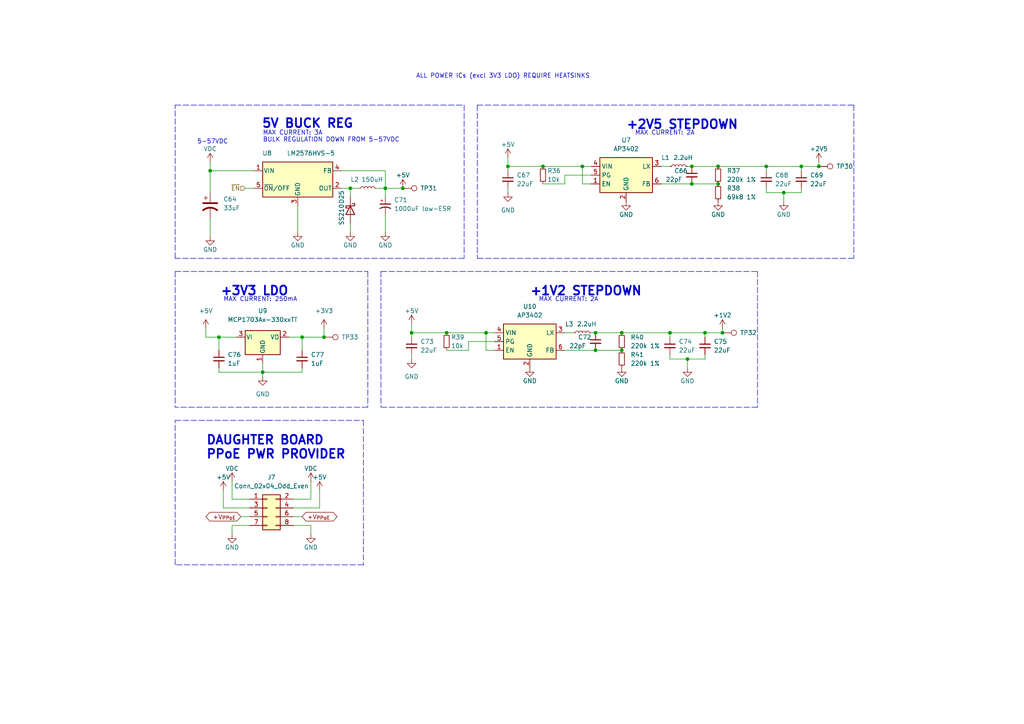
<source format=kicad_sch>
(kicad_sch (version 20211123) (generator eeschema)

  (uuid 30f85032-2508-42e7-a35b-1c07562d357e)

  (paper "A4")

  (lib_symbols
    (symbol "Connector:TestPoint" (pin_numbers hide) (pin_names (offset 0.762) hide) (in_bom yes) (on_board yes)
      (property "Reference" "TP" (id 0) (at 0 6.858 0)
        (effects (font (size 1.27 1.27)))
      )
      (property "Value" "TestPoint" (id 1) (at 0 5.08 0)
        (effects (font (size 1.27 1.27)))
      )
      (property "Footprint" "" (id 2) (at 5.08 0 0)
        (effects (font (size 1.27 1.27)) hide)
      )
      (property "Datasheet" "~" (id 3) (at 5.08 0 0)
        (effects (font (size 1.27 1.27)) hide)
      )
      (property "ki_keywords" "test point tp" (id 4) (at 0 0 0)
        (effects (font (size 1.27 1.27)) hide)
      )
      (property "ki_description" "test point" (id 5) (at 0 0 0)
        (effects (font (size 1.27 1.27)) hide)
      )
      (property "ki_fp_filters" "Pin* Test*" (id 6) (at 0 0 0)
        (effects (font (size 1.27 1.27)) hide)
      )
      (symbol "TestPoint_0_1"
        (circle (center 0 3.302) (radius 0.762)
          (stroke (width 0) (type default) (color 0 0 0 0))
          (fill (type none))
        )
      )
      (symbol "TestPoint_1_1"
        (pin passive line (at 0 0 90) (length 2.54)
          (name "1" (effects (font (size 1.27 1.27))))
          (number "1" (effects (font (size 1.27 1.27))))
        )
      )
    )
    (symbol "Connector_Generic:Conn_02x04_Odd_Even" (pin_names (offset 1.016) hide) (in_bom yes) (on_board yes)
      (property "Reference" "J" (id 0) (at 1.27 5.08 0)
        (effects (font (size 1.27 1.27)))
      )
      (property "Value" "Conn_02x04_Odd_Even" (id 1) (at 1.27 -7.62 0)
        (effects (font (size 1.27 1.27)))
      )
      (property "Footprint" "" (id 2) (at 0 0 0)
        (effects (font (size 1.27 1.27)) hide)
      )
      (property "Datasheet" "~" (id 3) (at 0 0 0)
        (effects (font (size 1.27 1.27)) hide)
      )
      (property "ki_keywords" "connector" (id 4) (at 0 0 0)
        (effects (font (size 1.27 1.27)) hide)
      )
      (property "ki_description" "Generic connector, double row, 02x04, odd/even pin numbering scheme (row 1 odd numbers, row 2 even numbers), script generated (kicad-library-utils/schlib/autogen/connector/)" (id 5) (at 0 0 0)
        (effects (font (size 1.27 1.27)) hide)
      )
      (property "ki_fp_filters" "Connector*:*_2x??_*" (id 6) (at 0 0 0)
        (effects (font (size 1.27 1.27)) hide)
      )
      (symbol "Conn_02x04_Odd_Even_1_1"
        (rectangle (start -1.27 -4.953) (end 0 -5.207)
          (stroke (width 0.1524) (type default) (color 0 0 0 0))
          (fill (type none))
        )
        (rectangle (start -1.27 -2.413) (end 0 -2.667)
          (stroke (width 0.1524) (type default) (color 0 0 0 0))
          (fill (type none))
        )
        (rectangle (start -1.27 0.127) (end 0 -0.127)
          (stroke (width 0.1524) (type default) (color 0 0 0 0))
          (fill (type none))
        )
        (rectangle (start -1.27 2.667) (end 0 2.413)
          (stroke (width 0.1524) (type default) (color 0 0 0 0))
          (fill (type none))
        )
        (rectangle (start -1.27 3.81) (end 3.81 -6.35)
          (stroke (width 0.254) (type default) (color 0 0 0 0))
          (fill (type background))
        )
        (rectangle (start 3.81 -4.953) (end 2.54 -5.207)
          (stroke (width 0.1524) (type default) (color 0 0 0 0))
          (fill (type none))
        )
        (rectangle (start 3.81 -2.413) (end 2.54 -2.667)
          (stroke (width 0.1524) (type default) (color 0 0 0 0))
          (fill (type none))
        )
        (rectangle (start 3.81 0.127) (end 2.54 -0.127)
          (stroke (width 0.1524) (type default) (color 0 0 0 0))
          (fill (type none))
        )
        (rectangle (start 3.81 2.667) (end 2.54 2.413)
          (stroke (width 0.1524) (type default) (color 0 0 0 0))
          (fill (type none))
        )
        (pin passive line (at -5.08 2.54 0) (length 3.81)
          (name "Pin_1" (effects (font (size 1.27 1.27))))
          (number "1" (effects (font (size 1.27 1.27))))
        )
        (pin passive line (at 7.62 2.54 180) (length 3.81)
          (name "Pin_2" (effects (font (size 1.27 1.27))))
          (number "2" (effects (font (size 1.27 1.27))))
        )
        (pin passive line (at -5.08 0 0) (length 3.81)
          (name "Pin_3" (effects (font (size 1.27 1.27))))
          (number "3" (effects (font (size 1.27 1.27))))
        )
        (pin passive line (at 7.62 0 180) (length 3.81)
          (name "Pin_4" (effects (font (size 1.27 1.27))))
          (number "4" (effects (font (size 1.27 1.27))))
        )
        (pin passive line (at -5.08 -2.54 0) (length 3.81)
          (name "Pin_5" (effects (font (size 1.27 1.27))))
          (number "5" (effects (font (size 1.27 1.27))))
        )
        (pin passive line (at 7.62 -2.54 180) (length 3.81)
          (name "Pin_6" (effects (font (size 1.27 1.27))))
          (number "6" (effects (font (size 1.27 1.27))))
        )
        (pin passive line (at -5.08 -5.08 0) (length 3.81)
          (name "Pin_7" (effects (font (size 1.27 1.27))))
          (number "7" (effects (font (size 1.27 1.27))))
        )
        (pin passive line (at 7.62 -5.08 180) (length 3.81)
          (name "Pin_8" (effects (font (size 1.27 1.27))))
          (number "8" (effects (font (size 1.27 1.27))))
        )
      )
    )
    (symbol "Device:C_Polarized_Small_US" (pin_numbers hide) (pin_names (offset 0.254) hide) (in_bom yes) (on_board yes)
      (property "Reference" "C" (id 0) (at 0.254 1.778 0)
        (effects (font (size 1.27 1.27)) (justify left))
      )
      (property "Value" "C_Polarized_Small_US" (id 1) (at 0.254 -2.032 0)
        (effects (font (size 1.27 1.27)) (justify left))
      )
      (property "Footprint" "" (id 2) (at 0 0 0)
        (effects (font (size 1.27 1.27)) hide)
      )
      (property "Datasheet" "~" (id 3) (at 0 0 0)
        (effects (font (size 1.27 1.27)) hide)
      )
      (property "ki_keywords" "cap capacitor" (id 4) (at 0 0 0)
        (effects (font (size 1.27 1.27)) hide)
      )
      (property "ki_description" "Polarized capacitor, small US symbol" (id 5) (at 0 0 0)
        (effects (font (size 1.27 1.27)) hide)
      )
      (property "ki_fp_filters" "CP_*" (id 6) (at 0 0 0)
        (effects (font (size 1.27 1.27)) hide)
      )
      (symbol "C_Polarized_Small_US_0_1"
        (polyline
          (pts
            (xy -1.524 0.508)
            (xy 1.524 0.508)
          )
          (stroke (width 0.3048) (type default) (color 0 0 0 0))
          (fill (type none))
        )
        (polyline
          (pts
            (xy -1.27 1.524)
            (xy -0.762 1.524)
          )
          (stroke (width 0) (type default) (color 0 0 0 0))
          (fill (type none))
        )
        (polyline
          (pts
            (xy -1.016 1.27)
            (xy -1.016 1.778)
          )
          (stroke (width 0) (type default) (color 0 0 0 0))
          (fill (type none))
        )
        (arc (start 1.524 -0.762) (mid 0 -0.3734) (end -1.524 -0.762)
          (stroke (width 0.3048) (type default) (color 0 0 0 0))
          (fill (type none))
        )
      )
      (symbol "C_Polarized_Small_US_1_1"
        (pin passive line (at 0 2.54 270) (length 2.032)
          (name "~" (effects (font (size 1.27 1.27))))
          (number "1" (effects (font (size 1.27 1.27))))
        )
        (pin passive line (at 0 -2.54 90) (length 2.032)
          (name "~" (effects (font (size 1.27 1.27))))
          (number "2" (effects (font (size 1.27 1.27))))
        )
      )
    )
    (symbol "Device:C_Polarized_US" (pin_numbers hide) (pin_names (offset 0.254) hide) (in_bom yes) (on_board yes)
      (property "Reference" "C" (id 0) (at 0.635 2.54 0)
        (effects (font (size 1.27 1.27)) (justify left))
      )
      (property "Value" "C_Polarized_US" (id 1) (at 0.635 -2.54 0)
        (effects (font (size 1.27 1.27)) (justify left))
      )
      (property "Footprint" "" (id 2) (at 0 0 0)
        (effects (font (size 1.27 1.27)) hide)
      )
      (property "Datasheet" "~" (id 3) (at 0 0 0)
        (effects (font (size 1.27 1.27)) hide)
      )
      (property "ki_keywords" "cap capacitor" (id 4) (at 0 0 0)
        (effects (font (size 1.27 1.27)) hide)
      )
      (property "ki_description" "Polarized capacitor, US symbol" (id 5) (at 0 0 0)
        (effects (font (size 1.27 1.27)) hide)
      )
      (property "ki_fp_filters" "CP_*" (id 6) (at 0 0 0)
        (effects (font (size 1.27 1.27)) hide)
      )
      (symbol "C_Polarized_US_0_1"
        (polyline
          (pts
            (xy -2.032 0.762)
            (xy 2.032 0.762)
          )
          (stroke (width 0.508) (type default) (color 0 0 0 0))
          (fill (type none))
        )
        (polyline
          (pts
            (xy -1.778 2.286)
            (xy -0.762 2.286)
          )
          (stroke (width 0) (type default) (color 0 0 0 0))
          (fill (type none))
        )
        (polyline
          (pts
            (xy -1.27 1.778)
            (xy -1.27 2.794)
          )
          (stroke (width 0) (type default) (color 0 0 0 0))
          (fill (type none))
        )
        (arc (start 2.032 -1.27) (mid 0 -0.5572) (end -2.032 -1.27)
          (stroke (width 0.508) (type default) (color 0 0 0 0))
          (fill (type none))
        )
      )
      (symbol "C_Polarized_US_1_1"
        (pin passive line (at 0 3.81 270) (length 2.794)
          (name "~" (effects (font (size 1.27 1.27))))
          (number "1" (effects (font (size 1.27 1.27))))
        )
        (pin passive line (at 0 -3.81 90) (length 3.302)
          (name "~" (effects (font (size 1.27 1.27))))
          (number "2" (effects (font (size 1.27 1.27))))
        )
      )
    )
    (symbol "Device:C_Small" (pin_numbers hide) (pin_names (offset 0.254) hide) (in_bom yes) (on_board yes)
      (property "Reference" "C" (id 0) (at 0.254 1.778 0)
        (effects (font (size 1.27 1.27)) (justify left))
      )
      (property "Value" "C_Small" (id 1) (at 0.254 -2.032 0)
        (effects (font (size 1.27 1.27)) (justify left))
      )
      (property "Footprint" "" (id 2) (at 0 0 0)
        (effects (font (size 1.27 1.27)) hide)
      )
      (property "Datasheet" "~" (id 3) (at 0 0 0)
        (effects (font (size 1.27 1.27)) hide)
      )
      (property "ki_keywords" "capacitor cap" (id 4) (at 0 0 0)
        (effects (font (size 1.27 1.27)) hide)
      )
      (property "ki_description" "Unpolarized capacitor, small symbol" (id 5) (at 0 0 0)
        (effects (font (size 1.27 1.27)) hide)
      )
      (property "ki_fp_filters" "C_*" (id 6) (at 0 0 0)
        (effects (font (size 1.27 1.27)) hide)
      )
      (symbol "C_Small_0_1"
        (polyline
          (pts
            (xy -1.524 -0.508)
            (xy 1.524 -0.508)
          )
          (stroke (width 0.3302) (type default) (color 0 0 0 0))
          (fill (type none))
        )
        (polyline
          (pts
            (xy -1.524 0.508)
            (xy 1.524 0.508)
          )
          (stroke (width 0.3048) (type default) (color 0 0 0 0))
          (fill (type none))
        )
      )
      (symbol "C_Small_1_1"
        (pin passive line (at 0 2.54 270) (length 2.032)
          (name "~" (effects (font (size 1.27 1.27))))
          (number "1" (effects (font (size 1.27 1.27))))
        )
        (pin passive line (at 0 -2.54 90) (length 2.032)
          (name "~" (effects (font (size 1.27 1.27))))
          (number "2" (effects (font (size 1.27 1.27))))
        )
      )
    )
    (symbol "Device:D_Schottky" (pin_numbers hide) (pin_names (offset 1.016) hide) (in_bom yes) (on_board yes)
      (property "Reference" "D" (id 0) (at 0 2.54 0)
        (effects (font (size 1.27 1.27)))
      )
      (property "Value" "D_Schottky" (id 1) (at 0 -2.54 0)
        (effects (font (size 1.27 1.27)))
      )
      (property "Footprint" "" (id 2) (at 0 0 0)
        (effects (font (size 1.27 1.27)) hide)
      )
      (property "Datasheet" "~" (id 3) (at 0 0 0)
        (effects (font (size 1.27 1.27)) hide)
      )
      (property "ki_keywords" "diode Schottky" (id 4) (at 0 0 0)
        (effects (font (size 1.27 1.27)) hide)
      )
      (property "ki_description" "Schottky diode" (id 5) (at 0 0 0)
        (effects (font (size 1.27 1.27)) hide)
      )
      (property "ki_fp_filters" "TO-???* *_Diode_* *SingleDiode* D_*" (id 6) (at 0 0 0)
        (effects (font (size 1.27 1.27)) hide)
      )
      (symbol "D_Schottky_0_1"
        (polyline
          (pts
            (xy 1.27 0)
            (xy -1.27 0)
          )
          (stroke (width 0) (type default) (color 0 0 0 0))
          (fill (type none))
        )
        (polyline
          (pts
            (xy 1.27 1.27)
            (xy 1.27 -1.27)
            (xy -1.27 0)
            (xy 1.27 1.27)
          )
          (stroke (width 0.254) (type default) (color 0 0 0 0))
          (fill (type none))
        )
        (polyline
          (pts
            (xy -1.905 0.635)
            (xy -1.905 1.27)
            (xy -1.27 1.27)
            (xy -1.27 -1.27)
            (xy -0.635 -1.27)
            (xy -0.635 -0.635)
          )
          (stroke (width 0.254) (type default) (color 0 0 0 0))
          (fill (type none))
        )
      )
      (symbol "D_Schottky_1_1"
        (pin passive line (at -3.81 0 0) (length 2.54)
          (name "K" (effects (font (size 1.27 1.27))))
          (number "1" (effects (font (size 1.27 1.27))))
        )
        (pin passive line (at 3.81 0 180) (length 2.54)
          (name "A" (effects (font (size 1.27 1.27))))
          (number "2" (effects (font (size 1.27 1.27))))
        )
      )
    )
    (symbol "Device:L_Small" (pin_numbers hide) (pin_names (offset 0.254) hide) (in_bom yes) (on_board yes)
      (property "Reference" "L" (id 0) (at 0.762 1.016 0)
        (effects (font (size 1.27 1.27)) (justify left))
      )
      (property "Value" "L_Small" (id 1) (at 0.762 -1.016 0)
        (effects (font (size 1.27 1.27)) (justify left))
      )
      (property "Footprint" "" (id 2) (at 0 0 0)
        (effects (font (size 1.27 1.27)) hide)
      )
      (property "Datasheet" "~" (id 3) (at 0 0 0)
        (effects (font (size 1.27 1.27)) hide)
      )
      (property "ki_keywords" "inductor choke coil reactor magnetic" (id 4) (at 0 0 0)
        (effects (font (size 1.27 1.27)) hide)
      )
      (property "ki_description" "Inductor, small symbol" (id 5) (at 0 0 0)
        (effects (font (size 1.27 1.27)) hide)
      )
      (property "ki_fp_filters" "Choke_* *Coil* Inductor_* L_*" (id 6) (at 0 0 0)
        (effects (font (size 1.27 1.27)) hide)
      )
      (symbol "L_Small_0_1"
        (arc (start 0 -2.032) (mid 0.508 -1.524) (end 0 -1.016)
          (stroke (width 0) (type default) (color 0 0 0 0))
          (fill (type none))
        )
        (arc (start 0 -1.016) (mid 0.508 -0.508) (end 0 0)
          (stroke (width 0) (type default) (color 0 0 0 0))
          (fill (type none))
        )
        (arc (start 0 0) (mid 0.508 0.508) (end 0 1.016)
          (stroke (width 0) (type default) (color 0 0 0 0))
          (fill (type none))
        )
        (arc (start 0 1.016) (mid 0.508 1.524) (end 0 2.032)
          (stroke (width 0) (type default) (color 0 0 0 0))
          (fill (type none))
        )
      )
      (symbol "L_Small_1_1"
        (pin passive line (at 0 2.54 270) (length 0.508)
          (name "~" (effects (font (size 1.27 1.27))))
          (number "1" (effects (font (size 1.27 1.27))))
        )
        (pin passive line (at 0 -2.54 90) (length 0.508)
          (name "~" (effects (font (size 1.27 1.27))))
          (number "2" (effects (font (size 1.27 1.27))))
        )
      )
    )
    (symbol "Device:R_Small" (pin_numbers hide) (pin_names (offset 0.254) hide) (in_bom yes) (on_board yes)
      (property "Reference" "R" (id 0) (at 0.762 0.508 0)
        (effects (font (size 1.27 1.27)) (justify left))
      )
      (property "Value" "R_Small" (id 1) (at 0.762 -1.016 0)
        (effects (font (size 1.27 1.27)) (justify left))
      )
      (property "Footprint" "" (id 2) (at 0 0 0)
        (effects (font (size 1.27 1.27)) hide)
      )
      (property "Datasheet" "~" (id 3) (at 0 0 0)
        (effects (font (size 1.27 1.27)) hide)
      )
      (property "ki_keywords" "R resistor" (id 4) (at 0 0 0)
        (effects (font (size 1.27 1.27)) hide)
      )
      (property "ki_description" "Resistor, small symbol" (id 5) (at 0 0 0)
        (effects (font (size 1.27 1.27)) hide)
      )
      (property "ki_fp_filters" "R_*" (id 6) (at 0 0 0)
        (effects (font (size 1.27 1.27)) hide)
      )
      (symbol "R_Small_0_1"
        (rectangle (start -0.762 1.778) (end 0.762 -1.778)
          (stroke (width 0.2032) (type default) (color 0 0 0 0))
          (fill (type none))
        )
      )
      (symbol "R_Small_1_1"
        (pin passive line (at 0 2.54 270) (length 0.762)
          (name "~" (effects (font (size 1.27 1.27))))
          (number "1" (effects (font (size 1.27 1.27))))
        )
        (pin passive line (at 0 -2.54 90) (length 0.762)
          (name "~" (effects (font (size 1.27 1.27))))
          (number "2" (effects (font (size 1.27 1.27))))
        )
      )
    )
    (symbol "Regulator_Linear:MCP1703Ax-330xxTT" (pin_names (offset 0.254)) (in_bom yes) (on_board yes)
      (property "Reference" "U" (id 0) (at -3.81 3.175 0)
        (effects (font (size 1.27 1.27)))
      )
      (property "Value" "MCP1703Ax-330xxTT" (id 1) (at 0 3.175 0)
        (effects (font (size 1.27 1.27)) (justify left))
      )
      (property "Footprint" "Package_TO_SOT_SMD:SOT-23" (id 2) (at 0 5.08 0)
        (effects (font (size 1.27 1.27)) hide)
      )
      (property "Datasheet" "http://ww1.microchip.com/downloads/en/DeviceDoc/20005122B.pdf" (id 3) (at 0 -1.27 0)
        (effects (font (size 1.27 1.27)) hide)
      )
      (property "ki_keywords" "REGULATOR LDO" (id 4) (at 0 0 0)
        (effects (font (size 1.27 1.27)) hide)
      )
      (property "ki_description" "Low Quiescent Current LDO Regulator, 3.3V, 250mA, Vin<=16V, SOT-23" (id 5) (at 0 0 0)
        (effects (font (size 1.27 1.27)) hide)
      )
      (property "ki_fp_filters" "SOT?23*" (id 6) (at 0 0 0)
        (effects (font (size 1.27 1.27)) hide)
      )
      (symbol "MCP1703Ax-330xxTT_0_1"
        (rectangle (start -5.08 -5.08) (end 5.08 1.905)
          (stroke (width 0.254) (type default) (color 0 0 0 0))
          (fill (type background))
        )
      )
      (symbol "MCP1703Ax-330xxTT_1_1"
        (pin power_in line (at 0 -7.62 90) (length 2.54)
          (name "GND" (effects (font (size 1.27 1.27))))
          (number "1" (effects (font (size 1.27 1.27))))
        )
        (pin power_out line (at 7.62 0 180) (length 2.54)
          (name "VO" (effects (font (size 1.27 1.27))))
          (number "2" (effects (font (size 1.27 1.27))))
        )
        (pin power_in line (at -7.62 0 0) (length 2.54)
          (name "VI" (effects (font (size 1.27 1.27))))
          (number "3" (effects (font (size 1.27 1.27))))
        )
      )
    )
    (symbol "Regulator_Switching:AP3402" (in_bom yes) (on_board yes)
      (property "Reference" "U" (id 0) (at -7.62 6.35 0)
        (effects (font (size 1.27 1.27)))
      )
      (property "Value" "AP3402" (id 1) (at 5.08 6.35 0)
        (effects (font (size 1.27 1.27)))
      )
      (property "Footprint" "Package_TO_SOT_SMD:TSOT-23-6" (id 2) (at 0 0 0)
        (effects (font (size 1.27 1.27)) hide)
      )
      (property "Datasheet" "https://www.diodes.com/assets/Datasheets/AP3402.pdf" (id 3) (at 0 0 0)
        (effects (font (size 1.27 1.27)) hide)
      )
      (property "ki_keywords" "buck switching converter" (id 4) (at 0 0 0)
        (effects (font (size 1.27 1.27)) hide)
      )
      (property "ki_description" "1.0MHz 2A Step-Down DC-DC Buck Converter, TSOT-23-6" (id 5) (at 0 0 0)
        (effects (font (size 1.27 1.27)) hide)
      )
      (property "ki_fp_filters" "TSOT?23*" (id 6) (at 0 0 0)
        (effects (font (size 1.27 1.27)) hide)
      )
      (symbol "AP3402_0_1"
        (rectangle (start -7.62 5.08) (end 7.62 -5.08)
          (stroke (width 0.254) (type default) (color 0 0 0 0))
          (fill (type background))
        )
      )
      (symbol "AP3402_1_1"
        (pin input line (at -10.16 -2.54 0) (length 2.54)
          (name "EN" (effects (font (size 1.27 1.27))))
          (number "1" (effects (font (size 1.27 1.27))))
        )
        (pin power_in line (at 0 -7.62 90) (length 2.54)
          (name "GND" (effects (font (size 1.27 1.27))))
          (number "2" (effects (font (size 1.27 1.27))))
        )
        (pin power_out line (at 10.16 2.54 180) (length 2.54)
          (name "LX" (effects (font (size 1.27 1.27))))
          (number "3" (effects (font (size 1.27 1.27))))
        )
        (pin power_in line (at -10.16 2.54 0) (length 2.54)
          (name "VIN" (effects (font (size 1.27 1.27))))
          (number "4" (effects (font (size 1.27 1.27))))
        )
        (pin input line (at -10.16 0 0) (length 2.54)
          (name "PG" (effects (font (size 1.27 1.27))))
          (number "5" (effects (font (size 1.27 1.27))))
        )
        (pin input line (at 10.16 -2.54 180) (length 2.54)
          (name "FB" (effects (font (size 1.27 1.27))))
          (number "6" (effects (font (size 1.27 1.27))))
        )
      )
    )
    (symbol "Regulator_Switching:LM2576HVS-5" (pin_names (offset 0.254)) (in_bom yes) (on_board yes)
      (property "Reference" "U" (id 0) (at -10.16 6.35 0)
        (effects (font (size 1.27 1.27)) (justify left))
      )
      (property "Value" "LM2576HVS-5" (id 1) (at 0 6.35 0)
        (effects (font (size 1.27 1.27)) (justify left))
      )
      (property "Footprint" "Package_TO_SOT_SMD:TO-263-5_TabPin3" (id 2) (at 0 -6.35 0)
        (effects (font (size 1.27 1.27) italic) (justify left) hide)
      )
      (property "Datasheet" "http://www.ti.com/lit/ds/symlink/lm2576.pdf" (id 3) (at 0 0 0)
        (effects (font (size 1.27 1.27)) hide)
      )
      (property "ki_keywords" "Step-Down Voltage Regulator 5V 3A High Voltage" (id 4) (at 0 0 0)
        (effects (font (size 1.27 1.27)) hide)
      )
      (property "ki_description" "5V 3A, SIMPLE SWITCHER® Step-Down Voltage Regulator, High Voltage Input, TO-263" (id 5) (at 0 0 0)
        (effects (font (size 1.27 1.27)) hide)
      )
      (property "ki_fp_filters" "TO?263*" (id 6) (at 0 0 0)
        (effects (font (size 1.27 1.27)) hide)
      )
      (symbol "LM2576HVS-5_0_1"
        (rectangle (start -10.16 5.08) (end 10.16 -5.08)
          (stroke (width 0.254) (type default) (color 0 0 0 0))
          (fill (type background))
        )
      )
      (symbol "LM2576HVS-5_1_1"
        (pin power_in line (at -12.7 2.54 0) (length 2.54)
          (name "VIN" (effects (font (size 1.27 1.27))))
          (number "1" (effects (font (size 1.27 1.27))))
        )
        (pin output line (at 12.7 -2.54 180) (length 2.54)
          (name "OUT" (effects (font (size 1.27 1.27))))
          (number "2" (effects (font (size 1.27 1.27))))
        )
        (pin power_in line (at 0 -7.62 90) (length 2.54)
          (name "GND" (effects (font (size 1.27 1.27))))
          (number "3" (effects (font (size 1.27 1.27))))
        )
        (pin input line (at 12.7 2.54 180) (length 2.54)
          (name "FB" (effects (font (size 1.27 1.27))))
          (number "4" (effects (font (size 1.27 1.27))))
        )
        (pin input line (at -12.7 -2.54 0) (length 2.54)
          (name "~{ON}/OFF" (effects (font (size 1.27 1.27))))
          (number "5" (effects (font (size 1.27 1.27))))
        )
      )
    )
    (symbol "power:+1V2" (power) (pin_names (offset 0)) (in_bom yes) (on_board yes)
      (property "Reference" "#PWR" (id 0) (at 0 -3.81 0)
        (effects (font (size 1.27 1.27)) hide)
      )
      (property "Value" "+1V2" (id 1) (at 0 3.556 0)
        (effects (font (size 1.27 1.27)))
      )
      (property "Footprint" "" (id 2) (at 0 0 0)
        (effects (font (size 1.27 1.27)) hide)
      )
      (property "Datasheet" "" (id 3) (at 0 0 0)
        (effects (font (size 1.27 1.27)) hide)
      )
      (property "ki_keywords" "global power" (id 4) (at 0 0 0)
        (effects (font (size 1.27 1.27)) hide)
      )
      (property "ki_description" "Power symbol creates a global label with name \"+1V2\"" (id 5) (at 0 0 0)
        (effects (font (size 1.27 1.27)) hide)
      )
      (symbol "+1V2_0_1"
        (polyline
          (pts
            (xy -0.762 1.27)
            (xy 0 2.54)
          )
          (stroke (width 0) (type default) (color 0 0 0 0))
          (fill (type none))
        )
        (polyline
          (pts
            (xy 0 0)
            (xy 0 2.54)
          )
          (stroke (width 0) (type default) (color 0 0 0 0))
          (fill (type none))
        )
        (polyline
          (pts
            (xy 0 2.54)
            (xy 0.762 1.27)
          )
          (stroke (width 0) (type default) (color 0 0 0 0))
          (fill (type none))
        )
      )
      (symbol "+1V2_1_1"
        (pin power_in line (at 0 0 90) (length 0) hide
          (name "+1V2" (effects (font (size 1.27 1.27))))
          (number "1" (effects (font (size 1.27 1.27))))
        )
      )
    )
    (symbol "power:+2V5" (power) (pin_names (offset 0)) (in_bom yes) (on_board yes)
      (property "Reference" "#PWR" (id 0) (at 0 -3.81 0)
        (effects (font (size 1.27 1.27)) hide)
      )
      (property "Value" "+2V5" (id 1) (at 0 3.556 0)
        (effects (font (size 1.27 1.27)))
      )
      (property "Footprint" "" (id 2) (at 0 0 0)
        (effects (font (size 1.27 1.27)) hide)
      )
      (property "Datasheet" "" (id 3) (at 0 0 0)
        (effects (font (size 1.27 1.27)) hide)
      )
      (property "ki_keywords" "global power" (id 4) (at 0 0 0)
        (effects (font (size 1.27 1.27)) hide)
      )
      (property "ki_description" "Power symbol creates a global label with name \"+2V5\"" (id 5) (at 0 0 0)
        (effects (font (size 1.27 1.27)) hide)
      )
      (symbol "+2V5_0_1"
        (polyline
          (pts
            (xy -0.762 1.27)
            (xy 0 2.54)
          )
          (stroke (width 0) (type default) (color 0 0 0 0))
          (fill (type none))
        )
        (polyline
          (pts
            (xy 0 0)
            (xy 0 2.54)
          )
          (stroke (width 0) (type default) (color 0 0 0 0))
          (fill (type none))
        )
        (polyline
          (pts
            (xy 0 2.54)
            (xy 0.762 1.27)
          )
          (stroke (width 0) (type default) (color 0 0 0 0))
          (fill (type none))
        )
      )
      (symbol "+2V5_1_1"
        (pin power_in line (at 0 0 90) (length 0) hide
          (name "+2V5" (effects (font (size 1.27 1.27))))
          (number "1" (effects (font (size 1.27 1.27))))
        )
      )
    )
    (symbol "power:+3V3" (power) (pin_names (offset 0)) (in_bom yes) (on_board yes)
      (property "Reference" "#PWR" (id 0) (at 0 -3.81 0)
        (effects (font (size 1.27 1.27)) hide)
      )
      (property "Value" "+3V3" (id 1) (at 0 3.556 0)
        (effects (font (size 1.27 1.27)))
      )
      (property "Footprint" "" (id 2) (at 0 0 0)
        (effects (font (size 1.27 1.27)) hide)
      )
      (property "Datasheet" "" (id 3) (at 0 0 0)
        (effects (font (size 1.27 1.27)) hide)
      )
      (property "ki_keywords" "global power" (id 4) (at 0 0 0)
        (effects (font (size 1.27 1.27)) hide)
      )
      (property "ki_description" "Power symbol creates a global label with name \"+3V3\"" (id 5) (at 0 0 0)
        (effects (font (size 1.27 1.27)) hide)
      )
      (symbol "+3V3_0_1"
        (polyline
          (pts
            (xy -0.762 1.27)
            (xy 0 2.54)
          )
          (stroke (width 0) (type default) (color 0 0 0 0))
          (fill (type none))
        )
        (polyline
          (pts
            (xy 0 0)
            (xy 0 2.54)
          )
          (stroke (width 0) (type default) (color 0 0 0 0))
          (fill (type none))
        )
        (polyline
          (pts
            (xy 0 2.54)
            (xy 0.762 1.27)
          )
          (stroke (width 0) (type default) (color 0 0 0 0))
          (fill (type none))
        )
      )
      (symbol "+3V3_1_1"
        (pin power_in line (at 0 0 90) (length 0) hide
          (name "+3V3" (effects (font (size 1.27 1.27))))
          (number "1" (effects (font (size 1.27 1.27))))
        )
      )
    )
    (symbol "power:+5V" (power) (pin_names (offset 0)) (in_bom yes) (on_board yes)
      (property "Reference" "#PWR" (id 0) (at 0 -3.81 0)
        (effects (font (size 1.27 1.27)) hide)
      )
      (property "Value" "+5V" (id 1) (at 0 3.556 0)
        (effects (font (size 1.27 1.27)))
      )
      (property "Footprint" "" (id 2) (at 0 0 0)
        (effects (font (size 1.27 1.27)) hide)
      )
      (property "Datasheet" "" (id 3) (at 0 0 0)
        (effects (font (size 1.27 1.27)) hide)
      )
      (property "ki_keywords" "global power" (id 4) (at 0 0 0)
        (effects (font (size 1.27 1.27)) hide)
      )
      (property "ki_description" "Power symbol creates a global label with name \"+5V\"" (id 5) (at 0 0 0)
        (effects (font (size 1.27 1.27)) hide)
      )
      (symbol "+5V_0_1"
        (polyline
          (pts
            (xy -0.762 1.27)
            (xy 0 2.54)
          )
          (stroke (width 0) (type default) (color 0 0 0 0))
          (fill (type none))
        )
        (polyline
          (pts
            (xy 0 0)
            (xy 0 2.54)
          )
          (stroke (width 0) (type default) (color 0 0 0 0))
          (fill (type none))
        )
        (polyline
          (pts
            (xy 0 2.54)
            (xy 0.762 1.27)
          )
          (stroke (width 0) (type default) (color 0 0 0 0))
          (fill (type none))
        )
      )
      (symbol "+5V_1_1"
        (pin power_in line (at 0 0 90) (length 0) hide
          (name "+5V" (effects (font (size 1.27 1.27))))
          (number "1" (effects (font (size 1.27 1.27))))
        )
      )
    )
    (symbol "power:GND" (power) (pin_names (offset 0)) (in_bom yes) (on_board yes)
      (property "Reference" "#PWR" (id 0) (at 0 -6.35 0)
        (effects (font (size 1.27 1.27)) hide)
      )
      (property "Value" "GND" (id 1) (at 0 -3.81 0)
        (effects (font (size 1.27 1.27)))
      )
      (property "Footprint" "" (id 2) (at 0 0 0)
        (effects (font (size 1.27 1.27)) hide)
      )
      (property "Datasheet" "" (id 3) (at 0 0 0)
        (effects (font (size 1.27 1.27)) hide)
      )
      (property "ki_keywords" "global power" (id 4) (at 0 0 0)
        (effects (font (size 1.27 1.27)) hide)
      )
      (property "ki_description" "Power symbol creates a global label with name \"GND\" , ground" (id 5) (at 0 0 0)
        (effects (font (size 1.27 1.27)) hide)
      )
      (symbol "GND_0_1"
        (polyline
          (pts
            (xy 0 0)
            (xy 0 -1.27)
            (xy 1.27 -1.27)
            (xy 0 -2.54)
            (xy -1.27 -1.27)
            (xy 0 -1.27)
          )
          (stroke (width 0) (type default) (color 0 0 0 0))
          (fill (type none))
        )
      )
      (symbol "GND_1_1"
        (pin power_in line (at 0 0 270) (length 0) hide
          (name "GND" (effects (font (size 1.27 1.27))))
          (number "1" (effects (font (size 1.27 1.27))))
        )
      )
    )
    (symbol "power:VDC" (power) (pin_names (offset 0)) (in_bom yes) (on_board yes)
      (property "Reference" "#PWR" (id 0) (at 0 -2.54 0)
        (effects (font (size 1.27 1.27)) hide)
      )
      (property "Value" "VDC" (id 1) (at 0 6.35 0)
        (effects (font (size 1.27 1.27)))
      )
      (property "Footprint" "" (id 2) (at 0 0 0)
        (effects (font (size 1.27 1.27)) hide)
      )
      (property "Datasheet" "" (id 3) (at 0 0 0)
        (effects (font (size 1.27 1.27)) hide)
      )
      (property "ki_keywords" "global power" (id 4) (at 0 0 0)
        (effects (font (size 1.27 1.27)) hide)
      )
      (property "ki_description" "Power symbol creates a global label with name \"VDC\"" (id 5) (at 0 0 0)
        (effects (font (size 1.27 1.27)) hide)
      )
      (symbol "VDC_0_1"
        (polyline
          (pts
            (xy -0.762 1.27)
            (xy 0 2.54)
          )
          (stroke (width 0) (type default) (color 0 0 0 0))
          (fill (type none))
        )
        (polyline
          (pts
            (xy 0 0)
            (xy 0 2.54)
          )
          (stroke (width 0) (type default) (color 0 0 0 0))
          (fill (type none))
        )
        (polyline
          (pts
            (xy 0 2.54)
            (xy 0.762 1.27)
          )
          (stroke (width 0) (type default) (color 0 0 0 0))
          (fill (type none))
        )
      )
      (symbol "VDC_1_1"
        (pin power_in line (at 0 0 90) (length 0) hide
          (name "VDC" (effects (font (size 1.27 1.27))))
          (number "1" (effects (font (size 1.27 1.27))))
        )
      )
    )
  )

  (junction (at 87.63 97.79) (diameter 0) (color 0 0 0 0)
    (uuid 0d19bf92-2aa7-4e3c-9779-6f7c98aa614a)
  )
  (junction (at 200.66 53.34) (diameter 0) (color 0 0 0 0)
    (uuid 0d1e82ff-badb-4516-a80b-dd7929ab3d4a)
  )
  (junction (at 76.2 107.95) (diameter 0) (color 0 0 0 0)
    (uuid 1c0725ca-36eb-414a-9b76-7e26d6c8c3f3)
  )
  (junction (at 200.66 48.26) (diameter 0) (color 0 0 0 0)
    (uuid 2832a442-5db6-4eb9-905c-8ea16270aba6)
  )
  (junction (at 222.25 48.26) (diameter 0) (color 0 0 0 0)
    (uuid 288bc6d9-b3e5-4eab-9338-8cee6529add2)
  )
  (junction (at 227.33 55.88) (diameter 0) (color 0 0 0 0)
    (uuid 2b281b7b-f72a-4cb3-a5c0-969e9277161f)
  )
  (junction (at 172.72 101.6) (diameter 0) (color 0 0 0 0)
    (uuid 39f51a0f-ad2b-4df1-bef8-b17c98d0ed67)
  )
  (junction (at 116.84 54.61) (diameter 0) (color 0 0 0 0)
    (uuid 43a66fb8-88ee-4a97-9b64-9c08224fde48)
  )
  (junction (at 209.55 96.52) (diameter 0) (color 0 0 0 0)
    (uuid 4b9166ba-bbc9-4869-bb6b-b25b46a5e904)
  )
  (junction (at 157.48 48.26) (diameter 0) (color 0 0 0 0)
    (uuid 4fa5d8cd-cbad-4980-9dcf-37d345fd4579)
  )
  (junction (at 93.98 97.79) (diameter 0) (color 0 0 0 0)
    (uuid 62a9d164-6cfe-4aa2-bd36-cec9f1be5deb)
  )
  (junction (at 232.41 48.26) (diameter 0) (color 0 0 0 0)
    (uuid 634b5eb5-decb-4e5c-b631-99cac070888e)
  )
  (junction (at 204.47 96.52) (diameter 0) (color 0 0 0 0)
    (uuid 65f099a3-15b5-4328-b281-734dea3e1c42)
  )
  (junction (at 119.38 96.52) (diameter 0) (color 0 0 0 0)
    (uuid 69757657-a1bd-4438-a193-e6d69f368ef3)
  )
  (junction (at 168.91 48.26) (diameter 0) (color 0 0 0 0)
    (uuid 6c4547b4-3cc3-4dbb-a087-f96a345d77bb)
  )
  (junction (at 101.6 54.61) (diameter 0) (color 0 0 0 0)
    (uuid 745be654-721e-4ecf-ad8e-ebdae937fe5c)
  )
  (junction (at 147.32 48.26) (diameter 0) (color 0 0 0 0)
    (uuid 773740d0-262d-484f-855a-ab6bdf17a799)
  )
  (junction (at 199.39 104.14) (diameter 0) (color 0 0 0 0)
    (uuid 7cea2cbb-89b9-4a0d-a9d6-ac6c96f92e3f)
  )
  (junction (at 208.28 53.34) (diameter 0) (color 0 0 0 0)
    (uuid 85847f19-4707-4695-842d-93829dd33589)
  )
  (junction (at 180.34 96.52) (diameter 0) (color 0 0 0 0)
    (uuid 90d20afd-0a46-4635-b82c-c8f5778e992b)
  )
  (junction (at 180.34 101.6) (diameter 0) (color 0 0 0 0)
    (uuid 9aece7a6-6fd4-4bfd-ae47-4fc1aa02e9e8)
  )
  (junction (at 63.5 97.79) (diameter 0) (color 0 0 0 0)
    (uuid 9f3029bd-83c3-4154-84ec-63e1649c32f9)
  )
  (junction (at 129.54 96.52) (diameter 0) (color 0 0 0 0)
    (uuid b255ab87-019c-4102-a84c-3904ef8d4b0e)
  )
  (junction (at 60.96 49.53) (diameter 0) (color 0 0 0 0)
    (uuid b3f5ee78-1691-4af6-b3d5-8fc23d74d1b0)
  )
  (junction (at 111.76 54.61) (diameter 0) (color 0 0 0 0)
    (uuid be8f54f8-b2ad-4788-a874-52d033918ff7)
  )
  (junction (at 172.72 96.52) (diameter 0) (color 0 0 0 0)
    (uuid c26a9677-2fe6-4f0d-9c73-e473ba2a4888)
  )
  (junction (at 194.31 96.52) (diameter 0) (color 0 0 0 0)
    (uuid c2e609d1-3ce7-4eeb-8770-19412bc9366d)
  )
  (junction (at 140.97 96.52) (diameter 0) (color 0 0 0 0)
    (uuid c821a92a-dbe7-4945-8ff8-aca37dd6a647)
  )
  (junction (at 237.49 48.26) (diameter 0) (color 0 0 0 0)
    (uuid dca6ba70-571d-4b32-bf6f-09b5ed90cb3b)
  )
  (junction (at 208.28 48.26) (diameter 0) (color 0 0 0 0)
    (uuid fed35ab2-6bde-4802-aae0-3a6edf4bd339)
  )

  (polyline (pts (xy 110.49 78.74) (xy 110.49 118.11))
    (stroke (width 0) (type default) (color 0 0 0 0))
    (uuid 0114de1a-4ba1-4757-ad85-294de7bec7e3)
  )

  (wire (pts (xy 119.38 96.52) (xy 129.54 96.52))
    (stroke (width 0) (type default) (color 0 0 0 0))
    (uuid 011faaff-0c00-4806-b2c8-0c45ff570fb4)
  )
  (wire (pts (xy 109.22 54.61) (xy 111.76 54.61))
    (stroke (width 0) (type default) (color 0 0 0 0))
    (uuid 0311be2a-5d67-490d-a80d-9df602fc5560)
  )
  (wire (pts (xy 227.33 55.88) (xy 232.41 55.88))
    (stroke (width 0) (type default) (color 0 0 0 0))
    (uuid 0c75c346-df69-4ccd-96b4-bf6489013d6c)
  )
  (wire (pts (xy 204.47 96.52) (xy 209.55 96.52))
    (stroke (width 0) (type default) (color 0 0 0 0))
    (uuid 0f3c9ef6-375f-4fb7-841b-f4cbe2c6456d)
  )
  (polyline (pts (xy 106.68 118.11) (xy 50.8 118.11))
    (stroke (width 0) (type default) (color 0 0 0 0))
    (uuid 11469217-0fd9-48e6-a0f2-bb7b5710fb65)
  )

  (wire (pts (xy 83.82 97.79) (xy 87.63 97.79))
    (stroke (width 0) (type default) (color 0 0 0 0))
    (uuid 14802bef-98ab-4dd4-a88e-65f973994ba5)
  )
  (polyline (pts (xy 138.43 30.48) (xy 138.43 74.93))
    (stroke (width 0) (type default) (color 0 0 0 0))
    (uuid 1bd3b79f-16fc-41a0-b33e-848da46b22b9)
  )
  (polyline (pts (xy 110.49 78.74) (xy 219.71 78.74))
    (stroke (width 0) (type default) (color 0 0 0 0))
    (uuid 1db86688-3141-46f0-a281-0a9a34956f04)
  )

  (wire (pts (xy 222.25 55.88) (xy 227.33 55.88))
    (stroke (width 0) (type default) (color 0 0 0 0))
    (uuid 217947fe-0266-497c-9096-61f135c6686c)
  )
  (wire (pts (xy 72.39 144.78) (xy 67.31 144.78))
    (stroke (width 0) (type default) (color 0 0 0 0))
    (uuid 23d27698-ba4b-42a0-8722-dfcd125a838e)
  )
  (wire (pts (xy 60.96 49.53) (xy 73.66 49.53))
    (stroke (width 0) (type default) (color 0 0 0 0))
    (uuid 24638729-159b-4302-9ce4-a6912d874f25)
  )
  (wire (pts (xy 194.31 104.14) (xy 194.31 102.87))
    (stroke (width 0) (type default) (color 0 0 0 0))
    (uuid 24d0a409-70b6-46aa-aad5-6f7762edf58a)
  )
  (wire (pts (xy 147.32 54.61) (xy 147.32 55.88))
    (stroke (width 0) (type default) (color 0 0 0 0))
    (uuid 2528ca27-40d4-40d7-ad73-2ad28c2eeaa9)
  )
  (wire (pts (xy 147.32 45.72) (xy 147.32 48.26))
    (stroke (width 0) (type default) (color 0 0 0 0))
    (uuid 2553a97a-8af5-48df-84a2-66a2ce3f1370)
  )
  (wire (pts (xy 99.06 54.61) (xy 101.6 54.61))
    (stroke (width 0) (type default) (color 0 0 0 0))
    (uuid 28969fb7-dd89-4c6c-8d03-c96f6b1792c4)
  )
  (wire (pts (xy 87.63 106.68) (xy 87.63 107.95))
    (stroke (width 0) (type default) (color 0 0 0 0))
    (uuid 2b4bd83b-8bf4-4bb6-b774-03ca2574a9e3)
  )
  (wire (pts (xy 60.96 49.53) (xy 60.96 55.88))
    (stroke (width 0) (type default) (color 0 0 0 0))
    (uuid 2cce7ab7-fc62-4233-baa3-0f5da94b1387)
  )
  (wire (pts (xy 180.34 96.52) (xy 194.31 96.52))
    (stroke (width 0) (type default) (color 0 0 0 0))
    (uuid 2ee5f6b1-035f-4732-907b-511aa0fe0621)
  )
  (wire (pts (xy 63.5 97.79) (xy 68.58 97.79))
    (stroke (width 0) (type default) (color 0 0 0 0))
    (uuid 3281fd32-660c-43f3-958c-b80fce399d01)
  )
  (polyline (pts (xy 134.62 30.48) (xy 134.62 74.93))
    (stroke (width 0) (type default) (color 0 0 0 0))
    (uuid 33a7c362-6366-4833-91fe-f0a3c35492fc)
  )

  (wire (pts (xy 222.25 55.88) (xy 222.25 54.61))
    (stroke (width 0) (type default) (color 0 0 0 0))
    (uuid 39794ab9-e6ac-447d-820e-86d38d3adc32)
  )
  (polyline (pts (xy 106.68 78.74) (xy 106.68 118.11))
    (stroke (width 0) (type default) (color 0 0 0 0))
    (uuid 3a2a4eff-f12a-4349-9d89-b02f808aff03)
  )

  (wire (pts (xy 71.12 54.61) (xy 73.66 54.61))
    (stroke (width 0) (type default) (color 0 0 0 0))
    (uuid 3a6bb3e1-e741-480b-81ec-765a6668922e)
  )
  (polyline (pts (xy 88.9 30.48) (xy 134.62 30.48))
    (stroke (width 0) (type default) (color 0 0 0 0))
    (uuid 3c6dfb81-90a2-4a80-9ac7-006d956d34e0)
  )

  (wire (pts (xy 63.5 97.79) (xy 63.5 101.6))
    (stroke (width 0) (type default) (color 0 0 0 0))
    (uuid 3df8ce53-5ab4-44c5-880a-ebec136db86a)
  )
  (wire (pts (xy 87.63 97.79) (xy 93.98 97.79))
    (stroke (width 0) (type default) (color 0 0 0 0))
    (uuid 41074cf1-8481-46e0-a5b6-269c5cbacb7f)
  )
  (wire (pts (xy 194.31 96.52) (xy 204.47 96.52))
    (stroke (width 0) (type default) (color 0 0 0 0))
    (uuid 411cf3c8-2ff8-4cc6-83d2-74a6aa1f8e43)
  )
  (wire (pts (xy 163.83 101.6) (xy 172.72 101.6))
    (stroke (width 0) (type default) (color 0 0 0 0))
    (uuid 445813c6-d2fb-4477-85d2-e9cae7dd601f)
  )
  (wire (pts (xy 209.55 95.25) (xy 209.55 96.52))
    (stroke (width 0) (type default) (color 0 0 0 0))
    (uuid 45600735-e9ee-416a-9b08-6f55b22d7e16)
  )
  (wire (pts (xy 163.83 53.34) (xy 163.83 50.8))
    (stroke (width 0) (type default) (color 0 0 0 0))
    (uuid 47c53e44-3c17-4d96-89ed-8b8d6078e843)
  )
  (wire (pts (xy 171.45 53.34) (xy 168.91 53.34))
    (stroke (width 0) (type default) (color 0 0 0 0))
    (uuid 47e8c6b4-45f3-4381-9155-ed3957e5ae2f)
  )
  (wire (pts (xy 232.41 55.88) (xy 232.41 54.61))
    (stroke (width 0) (type default) (color 0 0 0 0))
    (uuid 4907c44e-e0d0-4991-ae18-a433122d0bec)
  )
  (wire (pts (xy 93.98 97.79) (xy 93.98 95.25))
    (stroke (width 0) (type default) (color 0 0 0 0))
    (uuid 4aa93926-6f49-494e-a756-0ce045d94cb3)
  )
  (wire (pts (xy 135.89 101.6) (xy 135.89 99.06))
    (stroke (width 0) (type default) (color 0 0 0 0))
    (uuid 4ab02952-142d-4d3c-a657-3667c8b0af77)
  )
  (wire (pts (xy 76.2 107.95) (xy 76.2 109.22))
    (stroke (width 0) (type default) (color 0 0 0 0))
    (uuid 4b68f884-193b-4ebd-8080-8bc77440aa8b)
  )
  (wire (pts (xy 204.47 104.14) (xy 204.47 102.87))
    (stroke (width 0) (type default) (color 0 0 0 0))
    (uuid 4ca868ab-f6a9-475e-9d1a-9dfae2644a20)
  )
  (wire (pts (xy 147.32 49.53) (xy 147.32 48.26))
    (stroke (width 0) (type default) (color 0 0 0 0))
    (uuid 4fca81d2-da95-4f92-aafb-ab15efa145b1)
  )
  (wire (pts (xy 63.5 107.95) (xy 63.5 106.68))
    (stroke (width 0) (type default) (color 0 0 0 0))
    (uuid 501a08e3-bdce-487f-8c9a-fc1a36294540)
  )
  (wire (pts (xy 72.39 147.32) (xy 64.77 147.32))
    (stroke (width 0) (type default) (color 0 0 0 0))
    (uuid 53703e70-52d4-4a54-bf93-a0020508bad0)
  )
  (wire (pts (xy 60.96 63.5) (xy 60.96 68.58))
    (stroke (width 0) (type default) (color 0 0 0 0))
    (uuid 54b5568e-bd99-440c-bcd9-9cf89e229315)
  )
  (wire (pts (xy 76.2 105.41) (xy 76.2 107.95))
    (stroke (width 0) (type default) (color 0 0 0 0))
    (uuid 54c12ca7-3259-4a05-924a-27b3d10fbff1)
  )
  (wire (pts (xy 101.6 54.61) (xy 104.14 54.61))
    (stroke (width 0) (type default) (color 0 0 0 0))
    (uuid 559e3847-5b60-49d0-9580-3db8d8fb0b0d)
  )
  (wire (pts (xy 172.72 96.52) (xy 180.34 96.52))
    (stroke (width 0) (type default) (color 0 0 0 0))
    (uuid 55a0249a-4512-4eec-aed7-2691a22a7ea2)
  )
  (wire (pts (xy 147.32 48.26) (xy 157.48 48.26))
    (stroke (width 0) (type default) (color 0 0 0 0))
    (uuid 5807ac55-15d3-4f10-b96e-206dad3ff825)
  )
  (wire (pts (xy 85.09 144.78) (xy 90.17 144.78))
    (stroke (width 0) (type default) (color 0 0 0 0))
    (uuid 593653cd-99c4-43bb-a9f3-a82e0df77b53)
  )
  (wire (pts (xy 119.38 97.79) (xy 119.38 96.52))
    (stroke (width 0) (type default) (color 0 0 0 0))
    (uuid 5a1591b6-4ace-4240-bfc5-a8303210ddd9)
  )
  (polyline (pts (xy 134.62 74.93) (xy 50.8 74.93))
    (stroke (width 0) (type default) (color 0 0 0 0))
    (uuid 5accbd5b-74e8-4ef3-abe1-12fd99c38770)
  )

  (wire (pts (xy 67.31 152.4) (xy 72.39 152.4))
    (stroke (width 0) (type default) (color 0 0 0 0))
    (uuid 602635dd-66df-4758-bc12-c7529d65186a)
  )
  (wire (pts (xy 129.54 96.52) (xy 140.97 96.52))
    (stroke (width 0) (type default) (color 0 0 0 0))
    (uuid 62dbbc72-94e3-4118-a739-a9cf628548f4)
  )
  (wire (pts (xy 111.76 49.53) (xy 99.06 49.53))
    (stroke (width 0) (type default) (color 0 0 0 0))
    (uuid 69e6dadd-9907-4aa5-956a-37e697f963a8)
  )
  (wire (pts (xy 140.97 96.52) (xy 143.51 96.52))
    (stroke (width 0) (type default) (color 0 0 0 0))
    (uuid 6b38d89a-aabe-4548-8b7b-015e598bca53)
  )
  (wire (pts (xy 76.2 107.95) (xy 63.5 107.95))
    (stroke (width 0) (type default) (color 0 0 0 0))
    (uuid 6b78dc55-8457-4b57-884f-bc59fc060a10)
  )
  (wire (pts (xy 237.49 46.99) (xy 237.49 48.26))
    (stroke (width 0) (type default) (color 0 0 0 0))
    (uuid 6c55c674-4bbd-4751-972b-06171fab6ee9)
  )
  (wire (pts (xy 59.69 97.79) (xy 63.5 97.79))
    (stroke (width 0) (type default) (color 0 0 0 0))
    (uuid 6ec87d9e-10bb-430d-ac56-ab797c97b67a)
  )
  (wire (pts (xy 140.97 101.6) (xy 140.97 96.52))
    (stroke (width 0) (type default) (color 0 0 0 0))
    (uuid 6f3fed20-b879-417f-b1a7-9a25bbd0b7bd)
  )
  (polyline (pts (xy 105.41 121.92) (xy 105.41 163.83))
    (stroke (width 0) (type default) (color 0 0 0 0))
    (uuid 71285c6c-7807-413c-aabc-fb8e17371950)
  )

  (wire (pts (xy 222.25 48.26) (xy 232.41 48.26))
    (stroke (width 0) (type default) (color 0 0 0 0))
    (uuid 77f4843c-bfa4-48f1-9f1f-84758d993236)
  )
  (wire (pts (xy 119.38 93.98) (xy 119.38 96.52))
    (stroke (width 0) (type default) (color 0 0 0 0))
    (uuid 781f764c-2aaf-4ca4-a9e9-671a259fb7df)
  )
  (polyline (pts (xy 105.41 163.83) (xy 50.8 163.83))
    (stroke (width 0) (type default) (color 0 0 0 0))
    (uuid 78f46a14-ae62-4cd5-8fd0-f6367c0bf9ee)
  )

  (wire (pts (xy 168.91 53.34) (xy 168.91 48.26))
    (stroke (width 0) (type default) (color 0 0 0 0))
    (uuid 80bb9614-14ac-413b-b4bd-46ec1a2b4899)
  )
  (wire (pts (xy 200.66 48.26) (xy 208.28 48.26))
    (stroke (width 0) (type default) (color 0 0 0 0))
    (uuid 8255fe03-c1ba-4118-9b62-8b05a424c22c)
  )
  (polyline (pts (xy 50.8 74.93) (xy 50.8 30.48))
    (stroke (width 0) (type default) (color 0 0 0 0))
    (uuid 844b882f-3c77-409a-b0fe-b8507e950fab)
  )

  (wire (pts (xy 163.83 96.52) (xy 166.37 96.52))
    (stroke (width 0) (type default) (color 0 0 0 0))
    (uuid 8516a5ac-09be-4f6e-8fe4-190196724e5a)
  )
  (wire (pts (xy 101.6 64.77) (xy 101.6 67.31))
    (stroke (width 0) (type default) (color 0 0 0 0))
    (uuid 8ab69841-94e2-47af-8922-6b6c6c22de07)
  )
  (polyline (pts (xy 50.8 78.74) (xy 106.68 78.74))
    (stroke (width 0) (type default) (color 0 0 0 0))
    (uuid 8f8876cf-2cee-490a-a732-a183cdb963bb)
  )
  (polyline (pts (xy 138.43 30.48) (xy 247.65 30.48))
    (stroke (width 0) (type default) (color 0 0 0 0))
    (uuid 911ef490-8a91-46b3-8a61-d0d1c000e351)
  )

  (wire (pts (xy 76.2 107.95) (xy 87.63 107.95))
    (stroke (width 0) (type default) (color 0 0 0 0))
    (uuid 9550975f-2c01-448a-9cf5-52e7dec1f695)
  )
  (wire (pts (xy 92.71 142.24) (xy 92.71 147.32))
    (stroke (width 0) (type default) (color 0 0 0 0))
    (uuid 96dfa265-ce60-4f71-bd07-733a70571b74)
  )
  (wire (pts (xy 232.41 48.26) (xy 237.49 48.26))
    (stroke (width 0) (type default) (color 0 0 0 0))
    (uuid 97023a24-31a1-426f-aa29-98feeb7bd265)
  )
  (wire (pts (xy 111.76 54.61) (xy 111.76 57.15))
    (stroke (width 0) (type default) (color 0 0 0 0))
    (uuid 99efa3fc-77df-462a-ad84-397f11b4abfe)
  )
  (wire (pts (xy 191.77 53.34) (xy 200.66 53.34))
    (stroke (width 0) (type default) (color 0 0 0 0))
    (uuid 9b68a1ca-e4af-4089-b432-bddc29cb2bbb)
  )
  (wire (pts (xy 111.76 54.61) (xy 116.84 54.61))
    (stroke (width 0) (type default) (color 0 0 0 0))
    (uuid 9bd10469-4631-48b2-a9b8-a24261599aae)
  )
  (wire (pts (xy 208.28 48.26) (xy 222.25 48.26))
    (stroke (width 0) (type default) (color 0 0 0 0))
    (uuid 9dfc9023-2c63-49dc-9b0e-b7e742a3e5c3)
  )
  (wire (pts (xy 129.54 101.6) (xy 135.89 101.6))
    (stroke (width 0) (type default) (color 0 0 0 0))
    (uuid 9fcf8a03-45cf-49fa-a54c-bf45acd3a2a6)
  )
  (wire (pts (xy 86.36 59.69) (xy 86.36 67.31))
    (stroke (width 0) (type default) (color 0 0 0 0))
    (uuid a2912ded-9b5b-47d1-839b-221df1a4de22)
  )
  (wire (pts (xy 85.09 149.86) (xy 87.63 149.86))
    (stroke (width 0) (type default) (color 0 0 0 0))
    (uuid a39229ec-010b-45e1-a6e6-b38b63447056)
  )
  (wire (pts (xy 232.41 49.53) (xy 232.41 48.26))
    (stroke (width 0) (type default) (color 0 0 0 0))
    (uuid aa8ac03d-ae81-4eba-845c-2749aadd0612)
  )
  (wire (pts (xy 135.89 99.06) (xy 143.51 99.06))
    (stroke (width 0) (type default) (color 0 0 0 0))
    (uuid aad6da6c-5cc7-491b-85cc-5d474e600071)
  )
  (wire (pts (xy 69.85 149.86) (xy 72.39 149.86))
    (stroke (width 0) (type default) (color 0 0 0 0))
    (uuid adb69d63-d64c-4837-9740-0164ba2b3781)
  )
  (wire (pts (xy 227.33 55.88) (xy 227.33 58.42))
    (stroke (width 0) (type default) (color 0 0 0 0))
    (uuid ae651ac9-3dc7-42af-8b2c-728ba83a82e3)
  )
  (wire (pts (xy 90.17 139.7) (xy 90.17 144.78))
    (stroke (width 0) (type default) (color 0 0 0 0))
    (uuid af15d332-812a-42d3-bb29-fdcb9f27ca25)
  )
  (wire (pts (xy 199.39 104.14) (xy 204.47 104.14))
    (stroke (width 0) (type default) (color 0 0 0 0))
    (uuid b1426245-9d90-49db-bbb5-3f329fb4d4e8)
  )
  (polyline (pts (xy 219.71 118.11) (xy 110.49 118.11))
    (stroke (width 0) (type default) (color 0 0 0 0))
    (uuid b15aaf2f-bed5-47ed-ae79-f38fff813b77)
  )

  (wire (pts (xy 199.39 104.14) (xy 199.39 106.68))
    (stroke (width 0) (type default) (color 0 0 0 0))
    (uuid b27867e5-65f6-4f8a-8f61-ad984c86d79d)
  )
  (wire (pts (xy 59.69 95.25) (xy 59.69 97.79))
    (stroke (width 0) (type default) (color 0 0 0 0))
    (uuid b4218ebc-75a4-4a1c-8792-6c552f36fe78)
  )
  (wire (pts (xy 157.48 48.26) (xy 168.91 48.26))
    (stroke (width 0) (type default) (color 0 0 0 0))
    (uuid b49150d3-da38-4e86-9832-abb04a410afb)
  )
  (wire (pts (xy 87.63 97.79) (xy 87.63 101.6))
    (stroke (width 0) (type default) (color 0 0 0 0))
    (uuid b4a84ee4-54a3-489c-a5b2-fc7d0ea9ca6d)
  )
  (polyline (pts (xy 247.65 74.93) (xy 138.43 74.93))
    (stroke (width 0) (type default) (color 0 0 0 0))
    (uuid b62fa99e-7de3-40fb-99a9-61a71574c904)
  )

  (wire (pts (xy 157.48 53.34) (xy 163.83 53.34))
    (stroke (width 0) (type default) (color 0 0 0 0))
    (uuid b6ee3da3-d89a-41b8-854b-ae41914dd5d0)
  )
  (wire (pts (xy 67.31 139.7) (xy 67.31 144.78))
    (stroke (width 0) (type default) (color 0 0 0 0))
    (uuid b77ece15-edf5-4d47-8443-9805fc28a684)
  )
  (wire (pts (xy 171.45 96.52) (xy 172.72 96.52))
    (stroke (width 0) (type default) (color 0 0 0 0))
    (uuid bb1e49a3-74e3-486c-8584-2130f76988ee)
  )
  (polyline (pts (xy 219.71 78.74) (xy 219.71 118.11))
    (stroke (width 0) (type default) (color 0 0 0 0))
    (uuid bc5c5d46-9718-4313-8b6b-a5c97fce725b)
  )

  (wire (pts (xy 101.6 54.61) (xy 101.6 57.15))
    (stroke (width 0) (type default) (color 0 0 0 0))
    (uuid bde5534c-6cec-4b3e-8834-f347f971d8fe)
  )
  (wire (pts (xy 60.96 49.53) (xy 60.96 46.99))
    (stroke (width 0) (type default) (color 0 0 0 0))
    (uuid bffe1a46-1f11-48d4-91c6-6369730931b3)
  )
  (wire (pts (xy 90.17 152.4) (xy 90.17 154.94))
    (stroke (width 0) (type default) (color 0 0 0 0))
    (uuid c0f05255-8d88-4885-93ef-57186fb03359)
  )
  (wire (pts (xy 85.09 152.4) (xy 90.17 152.4))
    (stroke (width 0) (type default) (color 0 0 0 0))
    (uuid c1c588e6-f146-4513-a684-3e22518a3e39)
  )
  (wire (pts (xy 111.76 62.23) (xy 111.76 67.31))
    (stroke (width 0) (type default) (color 0 0 0 0))
    (uuid c1ed48e9-08fa-4264-9387-fe417b1b2e75)
  )
  (polyline (pts (xy 50.8 121.92) (xy 78.74 121.92))
    (stroke (width 0) (type default) (color 0 0 0 0))
    (uuid c73c5e37-bcaa-42f1-89fd-f9c8780047f4)
  )

  (wire (pts (xy 200.66 53.34) (xy 208.28 53.34))
    (stroke (width 0) (type default) (color 0 0 0 0))
    (uuid ce18cd0d-958b-425d-a50d-73ec754ab14c)
  )
  (wire (pts (xy 64.77 142.24) (xy 64.77 147.32))
    (stroke (width 0) (type default) (color 0 0 0 0))
    (uuid d2ba0da9-a1fb-4e87-b3c0-b3cd7cc065fb)
  )
  (wire (pts (xy 204.47 97.79) (xy 204.47 96.52))
    (stroke (width 0) (type default) (color 0 0 0 0))
    (uuid d351d975-caa5-4f07-aa83-e89944e88ffa)
  )
  (wire (pts (xy 199.39 48.26) (xy 200.66 48.26))
    (stroke (width 0) (type default) (color 0 0 0 0))
    (uuid d36217c0-6d05-434e-ab51-ff3eda59311c)
  )
  (polyline (pts (xy 50.8 163.83) (xy 50.8 121.92))
    (stroke (width 0) (type default) (color 0 0 0 0))
    (uuid d4ee7ca4-151a-42f8-a170-b99f4e590632)
  )
  (polyline (pts (xy 77.47 121.92) (xy 105.41 121.92))
    (stroke (width 0) (type default) (color 0 0 0 0))
    (uuid d8c5bdf8-989b-46bc-ab1f-235b75b0432a)
  )
  (polyline (pts (xy 50.8 78.74) (xy 50.8 118.11))
    (stroke (width 0) (type default) (color 0 0 0 0))
    (uuid de1a6caa-7e83-45fe-b248-218c39a9daad)
  )

  (wire (pts (xy 222.25 49.53) (xy 222.25 48.26))
    (stroke (width 0) (type default) (color 0 0 0 0))
    (uuid e0b7fcc4-81cb-411d-b3ac-a63d9c276b1f)
  )
  (polyline (pts (xy 247.65 30.48) (xy 247.65 74.93))
    (stroke (width 0) (type default) (color 0 0 0 0))
    (uuid e0bf57ea-b59d-4215-9571-73e4593d36a3)
  )

  (wire (pts (xy 119.38 102.87) (xy 119.38 104.14))
    (stroke (width 0) (type default) (color 0 0 0 0))
    (uuid e171d40f-f4b5-44d6-8316-7c4a9798c618)
  )
  (wire (pts (xy 163.83 50.8) (xy 171.45 50.8))
    (stroke (width 0) (type default) (color 0 0 0 0))
    (uuid e78ddb4c-7385-4b0a-a09f-50e8adffa75c)
  )
  (wire (pts (xy 194.31 104.14) (xy 199.39 104.14))
    (stroke (width 0) (type default) (color 0 0 0 0))
    (uuid e8793e1a-9b19-46e0-bf45-4be3ba372632)
  )
  (wire (pts (xy 85.09 147.32) (xy 92.71 147.32))
    (stroke (width 0) (type default) (color 0 0 0 0))
    (uuid e87bf797-bdf2-47e0-bb30-22879ac6eeaa)
  )
  (wire (pts (xy 67.31 152.4) (xy 67.31 154.94))
    (stroke (width 0) (type default) (color 0 0 0 0))
    (uuid ea3f16f4-deeb-414b-ad78-bba4d131445f)
  )
  (wire (pts (xy 111.76 54.61) (xy 111.76 49.53))
    (stroke (width 0) (type default) (color 0 0 0 0))
    (uuid f03b8487-c0f4-476a-b788-c206cc72ec9a)
  )
  (polyline (pts (xy 50.8 30.48) (xy 88.9 30.48))
    (stroke (width 0) (type default) (color 0 0 0 0))
    (uuid f14207cf-e518-4b77-91e4-58c7396b446a)
  )

  (wire (pts (xy 172.72 101.6) (xy 180.34 101.6))
    (stroke (width 0) (type default) (color 0 0 0 0))
    (uuid f34bb899-599a-49fc-a63b-ee1d7f84c2c2)
  )
  (wire (pts (xy 194.31 97.79) (xy 194.31 96.52))
    (stroke (width 0) (type default) (color 0 0 0 0))
    (uuid fb1fd02b-3e01-4d7a-82d0-35c7e473fe1b)
  )
  (wire (pts (xy 191.77 48.26) (xy 194.31 48.26))
    (stroke (width 0) (type default) (color 0 0 0 0))
    (uuid fca89c23-7e03-4310-89bd-c0d77600d496)
  )
  (wire (pts (xy 168.91 48.26) (xy 171.45 48.26))
    (stroke (width 0) (type default) (color 0 0 0 0))
    (uuid fdc8f89e-1c5d-4402-b9f2-6f21da178971)
  )
  (wire (pts (xy 143.51 101.6) (xy 140.97 101.6))
    (stroke (width 0) (type default) (color 0 0 0 0))
    (uuid fefd1768-21ef-43a9-9c44-0ee003e510dc)
  )

  (text "5-57VDC" (at 57.15 41.91 0)
    (effects (font (size 1.27 1.27)) (justify left bottom))
    (uuid 01ae1659-cb58-4af4-b15c-ef5d883c4a13)
  )
  (text "MAX CURRENT: 250mA" (at 64.77 87.63 0)
    (effects (font (size 1.27 1.27)) (justify left bottom))
    (uuid 03f33890-5a55-45d6-95a0-b0708dc162c8)
  )
  (text "+3V3 LDO" (at 63.8071 85.9807 0)
    (effects (font (size 2.54 2.54) (thickness 0.508) bold) (justify left bottom))
    (uuid 1f6e425c-0fb1-4214-a73e-abdb52a47935)
  )
  (text "DAUGHTER BOARD\nPPoE PWR PROVIDER" (at 59.69 133.35 0)
    (effects (font (size 2.54 2.54) (thickness 0.508) bold) (justify left bottom))
    (uuid 2bd0ff4c-a717-4e48-9fcb-ed1344c5f002)
  )
  (text "BULK REGULATION DOWN FROM 5-57VDC" (at 76.2246 41.3681 0)
    (effects (font (size 1.27 1.27)) (justify left bottom))
    (uuid 57bbea61-0ebb-4c30-9d88-969f63dda835)
  )
  (text "+2V5 STEPDOWN" (at 181.5242 37.7418 0)
    (effects (font (size 2.54 2.54) (thickness 0.508) bold) (justify left bottom))
    (uuid 59e5d318-8247-4e3c-8b6d-16151722182d)
  )
  (text "5V BUCK REG" (at 75.8341 37.4224 0)
    (effects (font (size 2.54 2.54) (thickness 0.508) bold) (justify left bottom))
    (uuid 77f3f634-c70f-4745-b810-a69d9781bf3a)
  )
  (text "ALL POWER ICs (excl 3V3 LDO) REQUIRE HEATSINKS" (at 120.65 22.86 0)
    (effects (font (size 1.27 1.27)) (justify left bottom))
    (uuid 8a626f3e-daba-4386-8ba4-b1fee75b95af)
  )
  (text "+1V2 STEPDOWN" (at 153.5842 86.0018 0)
    (effects (font (size 2.54 2.54) (thickness 0.508) bold) (justify left bottom))
    (uuid 8dae8668-4bc6-4ce1-82c7-cc0504a2b7af)
  )
  (text "MAX CURRENT: 2A" (at 156.21 87.63 0)
    (effects (font (size 1.27 1.27)) (justify left bottom))
    (uuid b32ce156-b4c6-4dde-b055-27ee14052938)
  )
  (text "MAX CURRENT: 3A" (at 76.2 39.37 0)
    (effects (font (size 1.27 1.27)) (justify left bottom))
    (uuid f0daee09-7784-4f04-b908-8ab694459a08)
  )
  (text "MAX CURRENT: 2A" (at 184.15 39.37 0)
    (effects (font (size 1.27 1.27)) (justify left bottom))
    (uuid f4d1c1d0-5d20-4abc-92b5-3d8bb9e7704b)
  )

  (global_label "+V_{PPoE}" (shape bidirectional) (at 87.63 149.86 0) (fields_autoplaced)
    (effects (font (size 1.27 1.27)) (justify left))
    (uuid c0f1a5dd-157d-408b-b042-5a898aa1ff0e)
    (property "Intersheet References" "${INTERSHEET_REFS}" (id 0) (at 96.5745 149.7806 0)
      (effects (font (size 1.27 1.27)) (justify left) hide)
    )
  )
  (global_label "+V_{PPoE}" (shape bidirectional) (at 69.85 149.86 180) (fields_autoplaced)
    (effects (font (size 1.27 1.27)) (justify right))
    (uuid dd2192dd-d13e-4da7-9c06-684a000c4fc2)
    (property "Intersheet References" "${INTERSHEET_REFS}" (id 0) (at 60.9055 149.7806 0)
      (effects (font (size 1.27 1.27)) (justify right) hide)
    )
  )

  (hierarchical_label "~{EN}" (shape input) (at 71.12 54.61 180)
    (effects (font (size 1.27 1.27)) (justify right))
    (uuid 190427ca-77df-4547-93ce-dcf1792ee98c)
  )

  (symbol (lib_id "Device:D_Schottky") (at 101.6 60.96 270) (unit 1)
    (in_bom yes) (on_board yes)
    (uuid 0b4e0704-05bd-41d7-b1ae-a1588500f0bd)
    (property "Reference" "D25" (id 0) (at 99.06 57.15 0))
    (property "Value" "SS210" (id 1) (at 99.06 62.23 0))
    (property "Footprint" "Diode_SMD:D_SMA" (id 2) (at 101.6 60.96 0)
      (effects (font (size 1.27 1.27)) hide)
    )
    (property "Datasheet" "~" (id 3) (at 101.6 60.96 0)
      (effects (font (size 1.27 1.27)) hide)
    )
    (property "LCSC" "C14996" (id 4) (at 101.6 60.96 0)
      (effects (font (size 1.27 1.27)) hide)
    )
    (pin "1" (uuid b1b3eff5-7df8-4f4a-ab78-82cef2b72e84))
    (pin "2" (uuid 2c6db9ac-a17f-4637-9f8a-6a793acc9885))
  )

  (symbol (lib_id "Device:C_Small") (at 204.47 100.33 0) (unit 1)
    (in_bom yes) (on_board yes) (fields_autoplaced)
    (uuid 1aad0d65-d973-489b-a096-05293c9856af)
    (property "Reference" "C75" (id 0) (at 207.01 99.0662 0)
      (effects (font (size 1.27 1.27)) (justify left))
    )
    (property "Value" "22uF" (id 1) (at 207.01 101.6062 0)
      (effects (font (size 1.27 1.27)) (justify left))
    )
    (property "Footprint" "Capacitor_SMD:C_0402_1005Metric" (id 2) (at 204.47 100.33 0)
      (effects (font (size 1.27 1.27)) hide)
    )
    (property "Datasheet" "~" (id 3) (at 204.47 100.33 0)
      (effects (font (size 1.27 1.27)) hide)
    )
    (pin "1" (uuid b07c92e0-6adc-42c6-b9a7-1f02d6598c1f))
    (pin "2" (uuid 2156447a-9c6f-43f1-a9a7-3982ee476279))
  )

  (symbol (lib_id "Device:C_Small") (at 63.5 104.14 0) (unit 1)
    (in_bom yes) (on_board yes)
    (uuid 1ba3d537-3017-4e17-ac98-537a0227f91f)
    (property "Reference" "C76" (id 0) (at 66.04 102.8762 0)
      (effects (font (size 1.27 1.27)) (justify left))
    )
    (property "Value" "1uF" (id 1) (at 66.04 105.4162 0)
      (effects (font (size 1.27 1.27)) (justify left))
    )
    (property "Footprint" "Capacitor_SMD:C_0402_1005Metric" (id 2) (at 63.5 104.14 0)
      (effects (font (size 1.27 1.27)) hide)
    )
    (property "Datasheet" "~" (id 3) (at 63.5 104.14 0)
      (effects (font (size 1.27 1.27)) hide)
    )
    (pin "1" (uuid e1fedb94-7d7f-4ccd-bdb1-d9135512fb14))
    (pin "2" (uuid aeefbd3a-1f45-4df0-8537-0c31ee6076a1))
  )

  (symbol (lib_id "power:GND") (at 101.6 67.31 0) (unit 1)
    (in_bom yes) (on_board yes)
    (uuid 28dfb948-1b5c-4fa3-a777-074dd5bf8c54)
    (property "Reference" "#PWR0168" (id 0) (at 101.6 73.66 0)
      (effects (font (size 1.27 1.27)) hide)
    )
    (property "Value" "GND" (id 1) (at 101.6 71.12 0))
    (property "Footprint" "" (id 2) (at 101.6 67.31 0)
      (effects (font (size 1.27 1.27)) hide)
    )
    (property "Datasheet" "" (id 3) (at 101.6 67.31 0)
      (effects (font (size 1.27 1.27)) hide)
    )
    (pin "1" (uuid 35c45981-47cc-4a91-88a5-f5c210a95866))
  )

  (symbol (lib_id "Device:C_Small") (at 194.31 100.33 0) (unit 1)
    (in_bom yes) (on_board yes) (fields_autoplaced)
    (uuid 2b1e8d9f-7ed6-4c3c-9c5d-fda8a99ed0da)
    (property "Reference" "C74" (id 0) (at 196.85 99.0662 0)
      (effects (font (size 1.27 1.27)) (justify left))
    )
    (property "Value" "22uF" (id 1) (at 196.85 101.6062 0)
      (effects (font (size 1.27 1.27)) (justify left))
    )
    (property "Footprint" "Capacitor_SMD:C_0402_1005Metric" (id 2) (at 194.31 100.33 0)
      (effects (font (size 1.27 1.27)) hide)
    )
    (property "Datasheet" "~" (id 3) (at 194.31 100.33 0)
      (effects (font (size 1.27 1.27)) hide)
    )
    (pin "1" (uuid 5932e2a1-aad5-4e37-9804-2d0bfee34ec5))
    (pin "2" (uuid 2cf7425f-dc75-456f-9768-6f4ab94f0031))
  )

  (symbol (lib_id "Connector:TestPoint") (at 116.84 54.61 270) (unit 1)
    (in_bom yes) (on_board yes) (fields_autoplaced)
    (uuid 2fbd50fe-7005-41b6-8e8a-d6bd534b80ba)
    (property "Reference" "TP31" (id 0) (at 121.92 54.6099 90)
      (effects (font (size 1.27 1.27)) (justify left))
    )
    (property "Value" "TestPoint" (id 1) (at 121.92 55.8799 90)
      (effects (font (size 1.27 1.27)) (justify left) hide)
    )
    (property "Footprint" "TestPoint:TestPoint_Pad_1.5x1.5mm" (id 2) (at 116.84 59.69 0)
      (effects (font (size 1.27 1.27)) hide)
    )
    (property "Datasheet" "~" (id 3) (at 116.84 59.69 0)
      (effects (font (size 1.27 1.27)) hide)
    )
    (pin "1" (uuid 25cc6725-431a-4777-960f-9dd6547b5667))
  )

  (symbol (lib_id "Regulator_Switching:AP3402") (at 181.61 50.8 0) (unit 1)
    (in_bom yes) (on_board yes) (fields_autoplaced)
    (uuid 33b95929-9aa2-4919-9ce6-9ca84532b63f)
    (property "Reference" "U7" (id 0) (at 181.61 40.64 0))
    (property "Value" "AP3402" (id 1) (at 181.61 43.18 0))
    (property "Footprint" "Package_TO_SOT_SMD:TSOT-23-6" (id 2) (at 181.61 50.8 0)
      (effects (font (size 1.27 1.27)) hide)
    )
    (property "Datasheet" "https://www.diodes.com/assets/Datasheets/AP3402.pdf" (id 3) (at 181.61 50.8 0)
      (effects (font (size 1.27 1.27)) hide)
    )
    (pin "1" (uuid e97239aa-633f-490f-8154-061b79fa8ad6))
    (pin "2" (uuid 1e4d4f1e-1f95-4a9e-a003-c021edc82b67))
    (pin "3" (uuid 2d19eb23-b9a5-4b00-99ed-f315c8e7daa8))
    (pin "4" (uuid 24d72948-1689-4194-89cd-926a12867e14))
    (pin "5" (uuid e7d89cdb-3bdb-4896-bfb1-928e7dc9facf))
    (pin "6" (uuid 50659e85-bb1a-413c-a87c-c76a7283fab1))
  )

  (symbol (lib_id "power:+5V") (at 119.38 93.98 0) (unit 1)
    (in_bom yes) (on_board yes)
    (uuid 33fb4909-2082-407c-92d3-757faa1efa0e)
    (property "Reference" "#PWR0170" (id 0) (at 119.38 97.79 0)
      (effects (font (size 1.27 1.27)) hide)
    )
    (property "Value" "+5V" (id 1) (at 119.38 90.17 0))
    (property "Footprint" "" (id 2) (at 119.38 93.98 0)
      (effects (font (size 1.27 1.27)) hide)
    )
    (property "Datasheet" "" (id 3) (at 119.38 93.98 0)
      (effects (font (size 1.27 1.27)) hide)
    )
    (pin "1" (uuid 031ae17a-a8cb-4068-b56b-dc1669efddc2))
  )

  (symbol (lib_id "Device:L_Small") (at 168.91 96.52 90) (unit 1)
    (in_bom yes) (on_board yes)
    (uuid 362f75c3-273e-4a3d-8601-075136a46edb)
    (property "Reference" "L3" (id 0) (at 165.1 93.98 90))
    (property "Value" "2.2uH" (id 1) (at 170.18 93.98 90))
    (property "Footprint" "Inductor_SMD:L_1008_2520Metric" (id 2) (at 168.91 96.52 0)
      (effects (font (size 1.27 1.27)) hide)
    )
    (property "Datasheet" "~" (id 3) (at 168.91 96.52 0)
      (effects (font (size 1.27 1.27)) hide)
    )
    (property "LCSC" "C602014" (id 4) (at 168.91 96.52 90)
      (effects (font (size 1.27 1.27)) hide)
    )
    (pin "1" (uuid 1f2e8301-332d-4cd3-922e-931a4d7ffa92))
    (pin "2" (uuid 59b88989-9caa-49a9-865a-16d15a1c0277))
  )

  (symbol (lib_id "power:GND") (at 67.31 154.94 0) (unit 1)
    (in_bom yes) (on_board yes)
    (uuid 3833dd07-b930-440d-8813-d89f7c11e1d2)
    (property "Reference" "#PWR0183" (id 0) (at 67.31 161.29 0)
      (effects (font (size 1.27 1.27)) hide)
    )
    (property "Value" "GND" (id 1) (at 67.31 158.75 0))
    (property "Footprint" "" (id 2) (at 67.31 154.94 0)
      (effects (font (size 1.27 1.27)) hide)
    )
    (property "Datasheet" "" (id 3) (at 67.31 154.94 0)
      (effects (font (size 1.27 1.27)) hide)
    )
    (pin "1" (uuid 8515ae60-11b5-412e-8f5c-9ef7cc60f504))
  )

  (symbol (lib_id "power:+1V2") (at 209.55 95.25 0) (unit 1)
    (in_bom yes) (on_board yes)
    (uuid 3880697d-8c49-44b9-a8e6-a39f4058f570)
    (property "Reference" "#PWR0173" (id 0) (at 209.55 99.06 0)
      (effects (font (size 1.27 1.27)) hide)
    )
    (property "Value" "+1V2" (id 1) (at 209.55 91.44 0))
    (property "Footprint" "" (id 2) (at 209.55 95.25 0)
      (effects (font (size 1.27 1.27)) hide)
    )
    (property "Datasheet" "" (id 3) (at 209.55 95.25 0)
      (effects (font (size 1.27 1.27)) hide)
    )
    (pin "1" (uuid 39181a22-9a22-43fb-b665-4c12ae03e2ab))
  )

  (symbol (lib_id "power:VDC") (at 60.96 46.99 0) (unit 1)
    (in_bom yes) (on_board yes)
    (uuid 416a92bb-49de-46c3-a057-fca5bbe5cc58)
    (property "Reference" "#PWR0159" (id 0) (at 60.96 49.53 0)
      (effects (font (size 1.27 1.27)) hide)
    )
    (property "Value" "VDC" (id 1) (at 60.96 43.18 0))
    (property "Footprint" "" (id 2) (at 60.96 46.99 0)
      (effects (font (size 1.27 1.27)) hide)
    )
    (property "Datasheet" "" (id 3) (at 60.96 46.99 0)
      (effects (font (size 1.27 1.27)) hide)
    )
    (pin "1" (uuid 66733e06-04c7-45cb-92e7-8f865cb82170))
  )

  (symbol (lib_id "Device:C_Small") (at 222.25 52.07 0) (unit 1)
    (in_bom yes) (on_board yes) (fields_autoplaced)
    (uuid 48cb611f-f653-4c70-ba5e-d28bff73ba5c)
    (property "Reference" "C68" (id 0) (at 224.79 50.8062 0)
      (effects (font (size 1.27 1.27)) (justify left))
    )
    (property "Value" "22uF" (id 1) (at 224.79 53.3462 0)
      (effects (font (size 1.27 1.27)) (justify left))
    )
    (property "Footprint" "Capacitor_SMD:C_0402_1005Metric" (id 2) (at 222.25 52.07 0)
      (effects (font (size 1.27 1.27)) hide)
    )
    (property "Datasheet" "~" (id 3) (at 222.25 52.07 0)
      (effects (font (size 1.27 1.27)) hide)
    )
    (pin "1" (uuid 6a034a9c-c608-43d8-8b4d-64625e84cd90))
    (pin "2" (uuid c8bc0374-b02a-4e73-b8ad-94a961ad6b11))
  )

  (symbol (lib_id "Device:L_Small") (at 196.85 48.26 90) (unit 1)
    (in_bom yes) (on_board yes)
    (uuid 4b1baa82-2166-4a74-ab0c-5489cb7d8fd0)
    (property "Reference" "L1" (id 0) (at 193.04 45.72 90))
    (property "Value" "2.2uH" (id 1) (at 198.12 45.72 90))
    (property "Footprint" "Inductor_SMD:L_1008_2520Metric" (id 2) (at 196.85 48.26 0)
      (effects (font (size 1.27 1.27)) hide)
    )
    (property "Datasheet" "~" (id 3) (at 196.85 48.26 0)
      (effects (font (size 1.27 1.27)) hide)
    )
    (property "LCSC" "C602014" (id 4) (at 196.85 48.26 90)
      (effects (font (size 1.27 1.27)) hide)
    )
    (pin "1" (uuid e76f0cb4-ee76-4c99-826e-160074fd1167))
    (pin "2" (uuid 22f7591f-486a-460e-977c-9a699bfcb0e7))
  )

  (symbol (lib_id "Connector:TestPoint") (at 237.49 48.26 270) (unit 1)
    (in_bom yes) (on_board yes) (fields_autoplaced)
    (uuid 529669fe-3354-438a-8601-a46ff7d49791)
    (property "Reference" "TP30" (id 0) (at 242.57 48.2599 90)
      (effects (font (size 1.27 1.27)) (justify left))
    )
    (property "Value" "TestPoint" (id 1) (at 242.57 49.5299 90)
      (effects (font (size 1.27 1.27)) (justify left) hide)
    )
    (property "Footprint" "TestPoint:TestPoint_Pad_1.5x1.5mm" (id 2) (at 237.49 53.34 0)
      (effects (font (size 1.27 1.27)) hide)
    )
    (property "Datasheet" "~" (id 3) (at 237.49 53.34 0)
      (effects (font (size 1.27 1.27)) hide)
    )
    (pin "1" (uuid 193d1394-070f-40a8-99e1-07a71d3855cb))
  )

  (symbol (lib_id "Regulator_Linear:MCP1703Ax-330xxTT") (at 76.2 97.79 0) (unit 1)
    (in_bom yes) (on_board yes) (fields_autoplaced)
    (uuid 567a6c60-010a-49f4-acf7-8526db32b413)
    (property "Reference" "U9" (id 0) (at 76.2 90.17 0))
    (property "Value" "MCP1703Ax-330xxTT" (id 1) (at 76.2 92.71 0))
    (property "Footprint" "Package_TO_SOT_SMD:SOT-23" (id 2) (at 76.2 92.71 0)
      (effects (font (size 1.27 1.27)) hide)
    )
    (property "Datasheet" "http://ww1.microchip.com/downloads/en/DeviceDoc/20005122B.pdf" (id 3) (at 76.2 99.06 0)
      (effects (font (size 1.27 1.27)) hide)
    )
    (property "LCSC" "C144183" (id 4) (at 76.2 97.79 0)
      (effects (font (size 1.27 1.27)) hide)
    )
    (pin "1" (uuid 08b66aed-0187-4f40-afc0-8101b6c03260))
    (pin "2" (uuid 4e453caf-c234-46a7-b0b3-453def26dacb))
    (pin "3" (uuid 0762c881-de90-4cf3-b878-f21f77d8ca72))
  )

  (symbol (lib_id "power:GND") (at 227.33 58.42 0) (unit 1)
    (in_bom yes) (on_board yes)
    (uuid 5a482b6a-3517-4b8a-9d0e-5e2d4dd860de)
    (property "Reference" "#PWR0165" (id 0) (at 227.33 64.77 0)
      (effects (font (size 1.27 1.27)) hide)
    )
    (property "Value" "GND" (id 1) (at 227.33 62.23 0))
    (property "Footprint" "" (id 2) (at 227.33 58.42 0)
      (effects (font (size 1.27 1.27)) hide)
    )
    (property "Datasheet" "" (id 3) (at 227.33 58.42 0)
      (effects (font (size 1.27 1.27)) hide)
    )
    (pin "1" (uuid 0fd55c3d-0634-4f15-9ef2-70836bc0c418))
  )

  (symbol (lib_id "power:GND") (at 86.36 67.31 0) (unit 1)
    (in_bom yes) (on_board yes)
    (uuid 5ce0ee28-7723-4097-8858-c184f1989ec8)
    (property "Reference" "#PWR0167" (id 0) (at 86.36 73.66 0)
      (effects (font (size 1.27 1.27)) hide)
    )
    (property "Value" "GND" (id 1) (at 86.36 71.12 0))
    (property "Footprint" "" (id 2) (at 86.36 67.31 0)
      (effects (font (size 1.27 1.27)) hide)
    )
    (property "Datasheet" "" (id 3) (at 86.36 67.31 0)
      (effects (font (size 1.27 1.27)) hide)
    )
    (pin "1" (uuid a57e3f09-f5a2-4eb6-839a-83c2bfae11b5))
  )

  (symbol (lib_id "power:VDC") (at 67.31 139.7 0) (unit 1)
    (in_bom yes) (on_board yes)
    (uuid 5f0e52ae-cb69-409d-94f5-316e3f51c269)
    (property "Reference" "#PWR0179" (id 0) (at 67.31 142.24 0)
      (effects (font (size 1.27 1.27)) hide)
    )
    (property "Value" "VDC" (id 1) (at 67.31 135.89 0))
    (property "Footprint" "" (id 2) (at 67.31 139.7 0)
      (effects (font (size 1.27 1.27)) hide)
    )
    (property "Datasheet" "" (id 3) (at 67.31 139.7 0)
      (effects (font (size 1.27 1.27)) hide)
    )
    (pin "1" (uuid 40e7b880-0a1a-4666-ae13-14aa1676938a))
  )

  (symbol (lib_id "power:+5V") (at 64.77 142.24 0) (unit 1)
    (in_bom yes) (on_board yes)
    (uuid 60f45b06-489d-468f-8738-e31fd8b3ad3d)
    (property "Reference" "#PWR0181" (id 0) (at 64.77 146.05 0)
      (effects (font (size 1.27 1.27)) hide)
    )
    (property "Value" "+5V" (id 1) (at 64.77 138.43 0))
    (property "Footprint" "" (id 2) (at 64.77 142.24 0)
      (effects (font (size 1.27 1.27)) hide)
    )
    (property "Datasheet" "" (id 3) (at 64.77 142.24 0)
      (effects (font (size 1.27 1.27)) hide)
    )
    (pin "1" (uuid 929d22b0-bc2b-4385-a7a9-59c91bc2ba7b))
  )

  (symbol (lib_id "Connector:TestPoint") (at 93.98 97.79 270) (unit 1)
    (in_bom yes) (on_board yes) (fields_autoplaced)
    (uuid 6233983c-7747-432e-b186-479883dc229b)
    (property "Reference" "TP33" (id 0) (at 99.06 97.7899 90)
      (effects (font (size 1.27 1.27)) (justify left))
    )
    (property "Value" "TestPoint" (id 1) (at 99.06 99.0599 90)
      (effects (font (size 1.27 1.27)) (justify left) hide)
    )
    (property "Footprint" "TestPoint:TestPoint_Pad_1.5x1.5mm" (id 2) (at 93.98 102.87 0)
      (effects (font (size 1.27 1.27)) hide)
    )
    (property "Datasheet" "~" (id 3) (at 93.98 102.87 0)
      (effects (font (size 1.27 1.27)) hide)
    )
    (pin "1" (uuid be8b98ca-1c9b-4ba2-b461-1130fbd4b166))
  )

  (symbol (lib_id "Connector:TestPoint") (at 209.55 96.52 270) (unit 1)
    (in_bom yes) (on_board yes) (fields_autoplaced)
    (uuid 6adaa9a0-642f-491d-b3c1-adce7b1e20e9)
    (property "Reference" "TP32" (id 0) (at 214.63 96.5199 90)
      (effects (font (size 1.27 1.27)) (justify left))
    )
    (property "Value" "TestPoint" (id 1) (at 214.63 97.7899 90)
      (effects (font (size 1.27 1.27)) (justify left) hide)
    )
    (property "Footprint" "TestPoint:TestPoint_Pad_1.5x1.5mm" (id 2) (at 209.55 101.6 0)
      (effects (font (size 1.27 1.27)) hide)
    )
    (property "Datasheet" "~" (id 3) (at 209.55 101.6 0)
      (effects (font (size 1.27 1.27)) hide)
    )
    (pin "1" (uuid 16174dff-c481-4779-899c-1a595490f6b7))
  )

  (symbol (lib_id "power:+5V") (at 116.84 54.61 0) (unit 1)
    (in_bom yes) (on_board yes)
    (uuid 6aefc3c1-5776-4284-b698-7b1c990445be)
    (property "Reference" "#PWR0161" (id 0) (at 116.84 58.42 0)
      (effects (font (size 1.27 1.27)) hide)
    )
    (property "Value" "+5V" (id 1) (at 116.84 50.8 0))
    (property "Footprint" "" (id 2) (at 116.84 54.61 0)
      (effects (font (size 1.27 1.27)) hide)
    )
    (property "Datasheet" "" (id 3) (at 116.84 54.61 0)
      (effects (font (size 1.27 1.27)) hide)
    )
    (pin "1" (uuid 570643dc-a3bf-4ab3-bd13-0297939d4518))
  )

  (symbol (lib_id "Device:C_Small") (at 119.38 100.33 0) (unit 1)
    (in_bom yes) (on_board yes) (fields_autoplaced)
    (uuid 7a25eddf-3a5f-4a6b-8510-b4996747b275)
    (property "Reference" "C73" (id 0) (at 121.92 99.0662 0)
      (effects (font (size 1.27 1.27)) (justify left))
    )
    (property "Value" "22uF" (id 1) (at 121.92 101.6062 0)
      (effects (font (size 1.27 1.27)) (justify left))
    )
    (property "Footprint" "Capacitor_SMD:C_0402_1005Metric" (id 2) (at 119.38 100.33 0)
      (effects (font (size 1.27 1.27)) hide)
    )
    (property "Datasheet" "~" (id 3) (at 119.38 100.33 0)
      (effects (font (size 1.27 1.27)) hide)
    )
    (pin "1" (uuid 4dae41b8-ecfb-43b3-9069-d4a3a029a0ea))
    (pin "2" (uuid 313eef5a-3d39-4837-a67b-ed4fe4b587cb))
  )

  (symbol (lib_id "Regulator_Switching:AP3402") (at 153.67 99.06 0) (unit 1)
    (in_bom yes) (on_board yes) (fields_autoplaced)
    (uuid 7cca7eaf-d0f4-455b-a149-4c6e7622928d)
    (property "Reference" "U10" (id 0) (at 153.67 88.9 0))
    (property "Value" "AP3402" (id 1) (at 153.67 91.44 0))
    (property "Footprint" "Package_TO_SOT_SMD:TSOT-23-6" (id 2) (at 153.67 99.06 0)
      (effects (font (size 1.27 1.27)) hide)
    )
    (property "Datasheet" "https://www.diodes.com/assets/Datasheets/AP3402.pdf" (id 3) (at 153.67 99.06 0)
      (effects (font (size 1.27 1.27)) hide)
    )
    (pin "1" (uuid dfcb83df-c8f9-4bfb-9768-724dcbbca0c0))
    (pin "2" (uuid 174adcc8-3418-442a-9d55-c7232e3d4dda))
    (pin "3" (uuid c33a518d-8e6a-4525-9746-985ad1d128b1))
    (pin "4" (uuid b3cdd037-fc95-439b-8448-aaea0b985d38))
    (pin "5" (uuid 36df315b-b942-49df-a069-6a6208a500b3))
    (pin "6" (uuid 1ad73e9f-3b10-4f2f-ac36-8c1a6afd175b))
  )

  (symbol (lib_id "power:GND") (at 111.76 67.31 0) (unit 1)
    (in_bom yes) (on_board yes)
    (uuid 7d6727c9-ae17-451a-a991-715b34a09cb5)
    (property "Reference" "#PWR0169" (id 0) (at 111.76 73.66 0)
      (effects (font (size 1.27 1.27)) hide)
    )
    (property "Value" "GND" (id 1) (at 111.76 71.12 0))
    (property "Footprint" "" (id 2) (at 111.76 67.31 0)
      (effects (font (size 1.27 1.27)) hide)
    )
    (property "Datasheet" "" (id 3) (at 111.76 67.31 0)
      (effects (font (size 1.27 1.27)) hide)
    )
    (pin "1" (uuid fa48be46-2e32-405c-abd1-0541c69b2be2))
  )

  (symbol (lib_id "Device:L_Small") (at 106.68 54.61 90) (unit 1)
    (in_bom yes) (on_board yes)
    (uuid 800fb4f3-b118-42be-a660-2895c8321253)
    (property "Reference" "L2" (id 0) (at 102.87 52.07 90))
    (property "Value" "150uH" (id 1) (at 107.95 52.07 90))
    (property "Footprint" "Inductor_SMD:L_12x12mm_H8mm" (id 2) (at 106.68 54.61 0)
      (effects (font (size 1.27 1.27)) hide)
    )
    (property "Datasheet" "~" (id 3) (at 106.68 54.61 0)
      (effects (font (size 1.27 1.27)) hide)
    )
    (property "Digikey" "SRR1210-151M" (id 4) (at 106.68 54.61 90)
      (effects (font (size 1.27 1.27)) hide)
    )
    (pin "1" (uuid 6769d683-412c-4ba5-8c0d-0a3957be8f22))
    (pin "2" (uuid dbd8fd61-dcc7-4ef9-9661-14b07b723f52))
  )

  (symbol (lib_id "power:GND") (at 90.17 154.94 0) (unit 1)
    (in_bom yes) (on_board yes)
    (uuid 8b001d02-7cc0-419c-8b91-79a34fc7c5f5)
    (property "Reference" "#PWR0184" (id 0) (at 90.17 161.29 0)
      (effects (font (size 1.27 1.27)) hide)
    )
    (property "Value" "GND" (id 1) (at 90.17 158.75 0))
    (property "Footprint" "" (id 2) (at 90.17 154.94 0)
      (effects (font (size 1.27 1.27)) hide)
    )
    (property "Datasheet" "" (id 3) (at 90.17 154.94 0)
      (effects (font (size 1.27 1.27)) hide)
    )
    (pin "1" (uuid f276b74f-e1d5-4ca0-94a9-bf73af1c353e))
  )

  (symbol (lib_id "Device:R_Small") (at 129.54 99.06 0) (unit 1)
    (in_bom yes) (on_board yes)
    (uuid 8fa940b5-4d95-467a-80c5-e3b1f1ccd934)
    (property "Reference" "R39" (id 0) (at 130.81 97.79 0)
      (effects (font (size 1.27 1.27)) (justify left))
    )
    (property "Value" "10k" (id 1) (at 130.81 100.33 0)
      (effects (font (size 1.27 1.27)) (justify left))
    )
    (property "Footprint" "Resistor_SMD:R_0402_1005Metric" (id 2) (at 129.54 99.06 0)
      (effects (font (size 1.27 1.27)) hide)
    )
    (property "Datasheet" "~" (id 3) (at 129.54 99.06 0)
      (effects (font (size 1.27 1.27)) hide)
    )
    (pin "1" (uuid f8cd02b8-b0fb-43c5-9063-62b7a534a8e1))
    (pin "2" (uuid ad206ac5-b42d-43ce-b603-146a1702d280))
  )

  (symbol (lib_id "power:GND") (at 208.28 58.42 0) (unit 1)
    (in_bom yes) (on_board yes)
    (uuid 93d29785-92a2-41c6-af7b-f26ba9810340)
    (property "Reference" "#PWR0164" (id 0) (at 208.28 64.77 0)
      (effects (font (size 1.27 1.27)) hide)
    )
    (property "Value" "GND" (id 1) (at 208.28 62.23 0))
    (property "Footprint" "" (id 2) (at 208.28 58.42 0)
      (effects (font (size 1.27 1.27)) hide)
    )
    (property "Datasheet" "" (id 3) (at 208.28 58.42 0)
      (effects (font (size 1.27 1.27)) hide)
    )
    (pin "1" (uuid 130c99e9-986e-4723-9eed-d4c33738d3a0))
  )

  (symbol (lib_id "power:+5V") (at 59.69 95.25 0) (unit 1)
    (in_bom yes) (on_board yes) (fields_autoplaced)
    (uuid 986f8f6c-b3a7-420f-aeca-cdbb06609318)
    (property "Reference" "#PWR0171" (id 0) (at 59.69 99.06 0)
      (effects (font (size 1.27 1.27)) hide)
    )
    (property "Value" "+5V" (id 1) (at 59.69 90.17 0))
    (property "Footprint" "" (id 2) (at 59.69 95.25 0)
      (effects (font (size 1.27 1.27)) hide)
    )
    (property "Datasheet" "" (id 3) (at 59.69 95.25 0)
      (effects (font (size 1.27 1.27)) hide)
    )
    (pin "1" (uuid 06783f4a-205f-4fe6-8e99-687feb1f1f1a))
  )

  (symbol (lib_id "power:+3V3") (at 93.98 95.25 0) (unit 1)
    (in_bom yes) (on_board yes) (fields_autoplaced)
    (uuid 99139f07-92d1-4798-860e-8b8250c40e69)
    (property "Reference" "#PWR0172" (id 0) (at 93.98 99.06 0)
      (effects (font (size 1.27 1.27)) hide)
    )
    (property "Value" "+3V3" (id 1) (at 93.98 90.17 0))
    (property "Footprint" "" (id 2) (at 93.98 95.25 0)
      (effects (font (size 1.27 1.27)) hide)
    )
    (property "Datasheet" "" (id 3) (at 93.98 95.25 0)
      (effects (font (size 1.27 1.27)) hide)
    )
    (pin "1" (uuid 385ff895-32ba-4dad-ab99-a74247fac68c))
  )

  (symbol (lib_id "Device:C_Polarized_Small_US") (at 111.76 59.69 0) (unit 1)
    (in_bom yes) (on_board yes) (fields_autoplaced)
    (uuid 9e1e2025-3575-438f-83af-f612b5f3298f)
    (property "Reference" "C71" (id 0) (at 114.3 57.9881 0)
      (effects (font (size 1.27 1.27)) (justify left))
    )
    (property "Value" "1000uF low-ESR" (id 1) (at 114.3 60.5281 0)
      (effects (font (size 1.27 1.27)) (justify left))
    )
    (property "Footprint" "Capacitor_THT:CP_Radial_D12.5mm_P5.00mm" (id 2) (at 111.76 59.69 0)
      (effects (font (size 1.27 1.27)) hide)
    )
    (property "Datasheet" "~" (id 3) (at 111.76 59.69 0)
      (effects (font (size 1.27 1.27)) hide)
    )
    (property "LCSC" "C250981" (id 4) (at 111.76 59.69 0)
      (effects (font (size 1.27 1.27)) hide)
    )
    (pin "1" (uuid d3b86472-b070-4c8c-ab57-25dad1a2b49e))
    (pin "2" (uuid acd960a3-a67e-448e-b8e2-29a85c5fad84))
  )

  (symbol (lib_id "Device:C_Small") (at 87.63 104.14 0) (unit 1)
    (in_bom yes) (on_board yes)
    (uuid 9ed1d831-1c2b-496a-bdf4-026c14f99851)
    (property "Reference" "C77" (id 0) (at 90.17 102.8762 0)
      (effects (font (size 1.27 1.27)) (justify left))
    )
    (property "Value" "1uF" (id 1) (at 90.17 105.4162 0)
      (effects (font (size 1.27 1.27)) (justify left))
    )
    (property "Footprint" "Capacitor_SMD:C_0402_1005Metric" (id 2) (at 87.63 104.14 0)
      (effects (font (size 1.27 1.27)) hide)
    )
    (property "Datasheet" "~" (id 3) (at 87.63 104.14 0)
      (effects (font (size 1.27 1.27)) hide)
    )
    (pin "1" (uuid 2646da4d-3208-4872-8b55-205752135284))
    (pin "2" (uuid 1083f584-5ca0-4dd3-91ae-7add484dad9b))
  )

  (symbol (lib_id "Device:C_Polarized_US") (at 60.96 59.69 0) (unit 1)
    (in_bom yes) (on_board yes) (fields_autoplaced)
    (uuid 9f71fc17-23a7-4b4e-b3ea-c15542083b71)
    (property "Reference" "C64" (id 0) (at 64.77 57.7849 0)
      (effects (font (size 1.27 1.27)) (justify left))
    )
    (property "Value" "33uF" (id 1) (at 64.77 60.3249 0)
      (effects (font (size 1.27 1.27)) (justify left))
    )
    (property "Footprint" "Capacitor_THT:CP_Radial_D16.0mm_P7.50mm" (id 2) (at 60.96 59.69 0)
      (effects (font (size 1.27 1.27)) hide)
    )
    (property "Datasheet" "~" (id 3) (at 60.96 59.69 0)
      (effects (font (size 1.27 1.27)) hide)
    )
    (property "LCSC" "C116223" (id 4) (at 60.96 59.69 0)
      (effects (font (size 1.27 1.27)) hide)
    )
    (pin "1" (uuid 3b7a9c89-575c-4ee6-9999-e1f3ec3ea820))
    (pin "2" (uuid a0f5d0bc-32f3-439d-9777-04793e937c30))
  )

  (symbol (lib_id "power:GND") (at 199.39 106.68 0) (unit 1)
    (in_bom yes) (on_board yes)
    (uuid 9fbf7095-0710-4189-a458-9462eb0855cc)
    (property "Reference" "#PWR0177" (id 0) (at 199.39 113.03 0)
      (effects (font (size 1.27 1.27)) hide)
    )
    (property "Value" "GND" (id 1) (at 199.39 110.49 0))
    (property "Footprint" "" (id 2) (at 199.39 106.68 0)
      (effects (font (size 1.27 1.27)) hide)
    )
    (property "Datasheet" "" (id 3) (at 199.39 106.68 0)
      (effects (font (size 1.27 1.27)) hide)
    )
    (pin "1" (uuid 7ba57371-ffea-4dd5-b1c2-e438e23e5c02))
  )

  (symbol (lib_id "Device:C_Small") (at 172.72 99.06 0) (unit 1)
    (in_bom yes) (on_board yes)
    (uuid a060c276-e82d-4f33-9020-ece38eea0152)
    (property "Reference" "C72" (id 0) (at 167.64 97.79 0)
      (effects (font (size 1.27 1.27)) (justify left))
    )
    (property "Value" "22pF" (id 1) (at 165.1 100.33 0)
      (effects (font (size 1.27 1.27)) (justify left))
    )
    (property "Footprint" "Capacitor_SMD:C_0402_1005Metric" (id 2) (at 172.72 99.06 0)
      (effects (font (size 1.27 1.27)) hide)
    )
    (property "Datasheet" "~" (id 3) (at 172.72 99.06 0)
      (effects (font (size 1.27 1.27)) hide)
    )
    (pin "1" (uuid 61e8b370-a727-43cc-b323-59568b853628))
    (pin "2" (uuid 7004ca7a-1869-43a2-a2cd-ef1173bbdb0e))
  )

  (symbol (lib_id "Device:R_Small") (at 180.34 104.14 0) (unit 1)
    (in_bom yes) (on_board yes) (fields_autoplaced)
    (uuid a1e6d746-8159-46e3-bb50-bb3a59b5361c)
    (property "Reference" "R41" (id 0) (at 182.88 102.8699 0)
      (effects (font (size 1.27 1.27)) (justify left))
    )
    (property "Value" "220k 1%" (id 1) (at 182.88 105.4099 0)
      (effects (font (size 1.27 1.27)) (justify left))
    )
    (property "Footprint" "Resistor_SMD:R_0402_1005Metric" (id 2) (at 180.34 104.14 0)
      (effects (font (size 1.27 1.27)) hide)
    )
    (property "Datasheet" "~" (id 3) (at 180.34 104.14 0)
      (effects (font (size 1.27 1.27)) hide)
    )
    (pin "1" (uuid 26a0efda-564e-4fb6-ae09-e44b5ccfdf18))
    (pin "2" (uuid b011f0b6-2e52-497f-8109-298085a61b46))
  )

  (symbol (lib_id "power:GND") (at 76.2 109.22 0) (unit 1)
    (in_bom yes) (on_board yes) (fields_autoplaced)
    (uuid a3079007-f6a5-4c91-a035-6154c31f5e31)
    (property "Reference" "#PWR0178" (id 0) (at 76.2 115.57 0)
      (effects (font (size 1.27 1.27)) hide)
    )
    (property "Value" "GND" (id 1) (at 76.2 114.3 0))
    (property "Footprint" "" (id 2) (at 76.2 109.22 0)
      (effects (font (size 1.27 1.27)) hide)
    )
    (property "Datasheet" "" (id 3) (at 76.2 109.22 0)
      (effects (font (size 1.27 1.27)) hide)
    )
    (pin "1" (uuid 49916c93-b960-4ea5-b18b-af8c078d3def))
  )

  (symbol (lib_id "Device:R_Small") (at 208.28 55.88 0) (unit 1)
    (in_bom yes) (on_board yes) (fields_autoplaced)
    (uuid a4b3776d-f45d-4dc3-aadf-1d06f28a2567)
    (property "Reference" "R38" (id 0) (at 210.82 54.6099 0)
      (effects (font (size 1.27 1.27)) (justify left))
    )
    (property "Value" "69k8 1%" (id 1) (at 210.82 57.1499 0)
      (effects (font (size 1.27 1.27)) (justify left))
    )
    (property "Footprint" "Resistor_SMD:R_0402_1005Metric" (id 2) (at 208.28 55.88 0)
      (effects (font (size 1.27 1.27)) hide)
    )
    (property "Datasheet" "~" (id 3) (at 208.28 55.88 0)
      (effects (font (size 1.27 1.27)) hide)
    )
    (pin "1" (uuid db0e2bff-6b0e-4f68-b143-9ac571ee11b4))
    (pin "2" (uuid 93ccad34-2c24-457e-b943-5aa4f3431213))
  )

  (symbol (lib_id "power:GND") (at 119.38 104.14 0) (unit 1)
    (in_bom yes) (on_board yes) (fields_autoplaced)
    (uuid b2e51f6a-020f-4267-b1fd-257599701cd1)
    (property "Reference" "#PWR0174" (id 0) (at 119.38 110.49 0)
      (effects (font (size 1.27 1.27)) hide)
    )
    (property "Value" "GND" (id 1) (at 119.38 109.22 0))
    (property "Footprint" "" (id 2) (at 119.38 104.14 0)
      (effects (font (size 1.27 1.27)) hide)
    )
    (property "Datasheet" "" (id 3) (at 119.38 104.14 0)
      (effects (font (size 1.27 1.27)) hide)
    )
    (pin "1" (uuid 3d7e3c38-3bc0-49fe-b2c7-f8a4eb5b436d))
  )

  (symbol (lib_id "Device:C_Small") (at 147.32 52.07 0) (unit 1)
    (in_bom yes) (on_board yes) (fields_autoplaced)
    (uuid bcd755c2-52d8-410f-83dd-33374c297dc1)
    (property "Reference" "C67" (id 0) (at 149.86 50.8062 0)
      (effects (font (size 1.27 1.27)) (justify left))
    )
    (property "Value" "22uF" (id 1) (at 149.86 53.3462 0)
      (effects (font (size 1.27 1.27)) (justify left))
    )
    (property "Footprint" "Capacitor_SMD:C_0402_1005Metric" (id 2) (at 147.32 52.07 0)
      (effects (font (size 1.27 1.27)) hide)
    )
    (property "Datasheet" "~" (id 3) (at 147.32 52.07 0)
      (effects (font (size 1.27 1.27)) hide)
    )
    (pin "1" (uuid 41f465cd-bca6-4c4a-9201-f6593dd1f6aa))
    (pin "2" (uuid 771adf4a-78cc-4e86-93d6-0b1aacc8a751))
  )

  (symbol (lib_id "power:GND") (at 180.34 106.68 0) (unit 1)
    (in_bom yes) (on_board yes)
    (uuid bdbd5aeb-dbaf-4151-be81-8975c219c716)
    (property "Reference" "#PWR0176" (id 0) (at 180.34 113.03 0)
      (effects (font (size 1.27 1.27)) hide)
    )
    (property "Value" "GND" (id 1) (at 180.34 110.49 0))
    (property "Footprint" "" (id 2) (at 180.34 106.68 0)
      (effects (font (size 1.27 1.27)) hide)
    )
    (property "Datasheet" "" (id 3) (at 180.34 106.68 0)
      (effects (font (size 1.27 1.27)) hide)
    )
    (pin "1" (uuid d1cabb10-a7c8-416f-8254-093057d7d61a))
  )

  (symbol (lib_id "Device:C_Small") (at 232.41 52.07 0) (unit 1)
    (in_bom yes) (on_board yes) (fields_autoplaced)
    (uuid bdfbb30e-5c4f-4003-85ac-08b5339226c3)
    (property "Reference" "C69" (id 0) (at 234.95 50.8062 0)
      (effects (font (size 1.27 1.27)) (justify left))
    )
    (property "Value" "22uF" (id 1) (at 234.95 53.3462 0)
      (effects (font (size 1.27 1.27)) (justify left))
    )
    (property "Footprint" "Capacitor_SMD:C_0402_1005Metric" (id 2) (at 232.41 52.07 0)
      (effects (font (size 1.27 1.27)) hide)
    )
    (property "Datasheet" "~" (id 3) (at 232.41 52.07 0)
      (effects (font (size 1.27 1.27)) hide)
    )
    (pin "1" (uuid 380bcb74-6538-4884-b44e-429d02932fd4))
    (pin "2" (uuid 7cad018c-e08e-4f10-8f96-668417839b2b))
  )

  (symbol (lib_id "Device:R_Small") (at 157.48 50.8 0) (unit 1)
    (in_bom yes) (on_board yes)
    (uuid bfbdb1ac-ee80-4154-86cc-ec380a68d575)
    (property "Reference" "R36" (id 0) (at 158.75 49.53 0)
      (effects (font (size 1.27 1.27)) (justify left))
    )
    (property "Value" "10k" (id 1) (at 158.75 52.07 0)
      (effects (font (size 1.27 1.27)) (justify left))
    )
    (property "Footprint" "Resistor_SMD:R_0402_1005Metric" (id 2) (at 157.48 50.8 0)
      (effects (font (size 1.27 1.27)) hide)
    )
    (property "Datasheet" "~" (id 3) (at 157.48 50.8 0)
      (effects (font (size 1.27 1.27)) hide)
    )
    (pin "1" (uuid ed34da27-d424-4fa2-9023-44d195f1f5f5))
    (pin "2" (uuid 358fb46c-efb2-4b1a-bf9b-42685f96b25a))
  )

  (symbol (lib_id "power:GND") (at 60.96 68.58 0) (unit 1)
    (in_bom yes) (on_board yes)
    (uuid c6d0f185-136c-4308-addb-f3fcb93e523b)
    (property "Reference" "#PWR0166" (id 0) (at 60.96 74.93 0)
      (effects (font (size 1.27 1.27)) hide)
    )
    (property "Value" "GND" (id 1) (at 60.96 72.39 0))
    (property "Footprint" "" (id 2) (at 60.96 68.58 0)
      (effects (font (size 1.27 1.27)) hide)
    )
    (property "Datasheet" "" (id 3) (at 60.96 68.58 0)
      (effects (font (size 1.27 1.27)) hide)
    )
    (pin "1" (uuid 82712522-7492-4db8-8d0f-5fcb7bf55850))
  )

  (symbol (lib_id "Device:R_Small") (at 208.28 50.8 0) (unit 1)
    (in_bom yes) (on_board yes) (fields_autoplaced)
    (uuid c8e1cab1-a1c8-4080-8e48-756bfa48ef3f)
    (property "Reference" "R37" (id 0) (at 210.82 49.5299 0)
      (effects (font (size 1.27 1.27)) (justify left))
    )
    (property "Value" "220k 1%" (id 1) (at 210.82 52.0699 0)
      (effects (font (size 1.27 1.27)) (justify left))
    )
    (property "Footprint" "Resistor_SMD:R_0402_1005Metric" (id 2) (at 208.28 50.8 0)
      (effects (font (size 1.27 1.27)) hide)
    )
    (property "Datasheet" "~" (id 3) (at 208.28 50.8 0)
      (effects (font (size 1.27 1.27)) hide)
    )
    (pin "1" (uuid 001d5a5d-86a3-40ab-9ae5-a1b8362cd540))
    (pin "2" (uuid 3f1c5358-b820-476d-a601-cda729303b10))
  )

  (symbol (lib_id "power:GND") (at 147.32 55.88 0) (unit 1)
    (in_bom yes) (on_board yes) (fields_autoplaced)
    (uuid cb084ac6-838d-4e06-839f-5f1d5fa5acfb)
    (property "Reference" "#PWR0162" (id 0) (at 147.32 62.23 0)
      (effects (font (size 1.27 1.27)) hide)
    )
    (property "Value" "GND" (id 1) (at 147.32 60.96 0))
    (property "Footprint" "" (id 2) (at 147.32 55.88 0)
      (effects (font (size 1.27 1.27)) hide)
    )
    (property "Datasheet" "" (id 3) (at 147.32 55.88 0)
      (effects (font (size 1.27 1.27)) hide)
    )
    (pin "1" (uuid 5e135d33-8d99-43ee-ae04-d4f6132b306b))
  )

  (symbol (lib_id "power:GND") (at 153.67 106.68 0) (unit 1)
    (in_bom yes) (on_board yes)
    (uuid cd72cdc1-51af-4cd9-b669-0d9790ea2caa)
    (property "Reference" "#PWR0175" (id 0) (at 153.67 113.03 0)
      (effects (font (size 1.27 1.27)) hide)
    )
    (property "Value" "GND" (id 1) (at 153.67 110.49 0))
    (property "Footprint" "" (id 2) (at 153.67 106.68 0)
      (effects (font (size 1.27 1.27)) hide)
    )
    (property "Datasheet" "" (id 3) (at 153.67 106.68 0)
      (effects (font (size 1.27 1.27)) hide)
    )
    (pin "1" (uuid 5dc5b81d-1978-4f92-826f-a0160dbea3e1))
  )

  (symbol (lib_id "power:+5V") (at 147.32 45.72 0) (unit 1)
    (in_bom yes) (on_board yes)
    (uuid d1d50054-bf81-4e1a-a58c-232f263ecdd0)
    (property "Reference" "#PWR0158" (id 0) (at 147.32 49.53 0)
      (effects (font (size 1.27 1.27)) hide)
    )
    (property "Value" "+5V" (id 1) (at 147.32 41.91 0))
    (property "Footprint" "" (id 2) (at 147.32 45.72 0)
      (effects (font (size 1.27 1.27)) hide)
    )
    (property "Datasheet" "" (id 3) (at 147.32 45.72 0)
      (effects (font (size 1.27 1.27)) hide)
    )
    (pin "1" (uuid c8e41575-fa66-40f7-9521-903eaac1eabc))
  )

  (symbol (lib_id "Device:R_Small") (at 180.34 99.06 0) (unit 1)
    (in_bom yes) (on_board yes) (fields_autoplaced)
    (uuid e11b78bc-10dc-4ba0-920a-632426eb35e2)
    (property "Reference" "R40" (id 0) (at 182.88 97.7899 0)
      (effects (font (size 1.27 1.27)) (justify left))
    )
    (property "Value" "220k 1%" (id 1) (at 182.88 100.3299 0)
      (effects (font (size 1.27 1.27)) (justify left))
    )
    (property "Footprint" "Resistor_SMD:R_0402_1005Metric" (id 2) (at 180.34 99.06 0)
      (effects (font (size 1.27 1.27)) hide)
    )
    (property "Datasheet" "~" (id 3) (at 180.34 99.06 0)
      (effects (font (size 1.27 1.27)) hide)
    )
    (pin "1" (uuid 90666207-3846-4246-9e57-4a6e89fcc1b0))
    (pin "2" (uuid 9f4e263a-8624-42cb-9952-2986183db159))
  )

  (symbol (lib_id "Connector_Generic:Conn_02x04_Odd_Even") (at 77.47 147.32 0) (unit 1)
    (in_bom yes) (on_board yes) (fields_autoplaced)
    (uuid ec142025-b95a-45e0-8bae-b652b809e2af)
    (property "Reference" "J7" (id 0) (at 78.74 138.43 0))
    (property "Value" "Conn_02x04_Odd_Even" (id 1) (at 78.74 140.97 0))
    (property "Footprint" "Connector_PinHeader_2.54mm:PinHeader_2x04_P2.54mm_Vertical" (id 2) (at 77.47 147.32 0)
      (effects (font (size 1.27 1.27)) hide)
    )
    (property "Datasheet" "~" (id 3) (at 77.47 147.32 0)
      (effects (font (size 1.27 1.27)) hide)
    )
    (pin "1" (uuid a00ef33f-7069-41d1-8cb4-85bdfc3f83a5))
    (pin "2" (uuid 0c801094-488f-46a0-a43f-3ebf4a1507f2))
    (pin "3" (uuid 0fd99b89-bb7f-4097-881e-1732ae5164cf))
    (pin "4" (uuid a5b605ee-8089-4c5f-9d77-dd1f871ed1b0))
    (pin "5" (uuid 81595073-634e-4497-85e7-f5aa1c32ddde))
    (pin "6" (uuid dd602c09-123a-4919-bf21-e0ee3fe714ac))
    (pin "7" (uuid ef1f2c35-f891-4082-a0d6-8f5736c899e9))
    (pin "8" (uuid ae2c7f59-4fa3-4b25-8c22-0d15b0a275d6))
  )

  (symbol (lib_id "power:VDC") (at 90.17 139.7 0) (unit 1)
    (in_bom yes) (on_board yes)
    (uuid ec51a588-6874-430a-979a-8ac0eac3ae8b)
    (property "Reference" "#PWR0180" (id 0) (at 90.17 142.24 0)
      (effects (font (size 1.27 1.27)) hide)
    )
    (property "Value" "VDC" (id 1) (at 90.17 135.89 0))
    (property "Footprint" "" (id 2) (at 90.17 139.7 0)
      (effects (font (size 1.27 1.27)) hide)
    )
    (property "Datasheet" "" (id 3) (at 90.17 139.7 0)
      (effects (font (size 1.27 1.27)) hide)
    )
    (pin "1" (uuid eefccd46-b38c-458a-b295-d0481d8c42b9))
  )

  (symbol (lib_id "power:GND") (at 181.61 58.42 0) (unit 1)
    (in_bom yes) (on_board yes)
    (uuid f2027acb-eb8e-447e-aa68-f271dfc0c0a3)
    (property "Reference" "#PWR0163" (id 0) (at 181.61 64.77 0)
      (effects (font (size 1.27 1.27)) hide)
    )
    (property "Value" "GND" (id 1) (at 181.61 62.23 0))
    (property "Footprint" "" (id 2) (at 181.61 58.42 0)
      (effects (font (size 1.27 1.27)) hide)
    )
    (property "Datasheet" "" (id 3) (at 181.61 58.42 0)
      (effects (font (size 1.27 1.27)) hide)
    )
    (pin "1" (uuid 9cf395df-549a-4a5a-a80f-b23815ca2e5f))
  )

  (symbol (lib_id "Device:C_Small") (at 200.66 50.8 0) (unit 1)
    (in_bom yes) (on_board yes)
    (uuid f5b06966-f458-4700-adca-9a01d1f5092a)
    (property "Reference" "C66" (id 0) (at 195.58 49.53 0)
      (effects (font (size 1.27 1.27)) (justify left))
    )
    (property "Value" "22pF" (id 1) (at 193.04 52.07 0)
      (effects (font (size 1.27 1.27)) (justify left))
    )
    (property "Footprint" "Capacitor_SMD:C_0402_1005Metric" (id 2) (at 200.66 50.8 0)
      (effects (font (size 1.27 1.27)) hide)
    )
    (property "Datasheet" "~" (id 3) (at 200.66 50.8 0)
      (effects (font (size 1.27 1.27)) hide)
    )
    (pin "1" (uuid c24d3cfc-9d0e-47d4-8a00-7167db2741f7))
    (pin "2" (uuid 34f42746-68cc-4e04-add0-783fb994745e))
  )

  (symbol (lib_id "power:+5V") (at 92.71 142.24 0) (unit 1)
    (in_bom yes) (on_board yes)
    (uuid fa5f1bc6-0a1d-47d7-abeb-9051d3e9967f)
    (property "Reference" "#PWR0182" (id 0) (at 92.71 146.05 0)
      (effects (font (size 1.27 1.27)) hide)
    )
    (property "Value" "+5V" (id 1) (at 92.71 138.43 0))
    (property "Footprint" "" (id 2) (at 92.71 142.24 0)
      (effects (font (size 1.27 1.27)) hide)
    )
    (property "Datasheet" "" (id 3) (at 92.71 142.24 0)
      (effects (font (size 1.27 1.27)) hide)
    )
    (pin "1" (uuid 268dd99d-6e1e-45e8-a107-12f8efd8c2bc))
  )

  (symbol (lib_id "Regulator_Switching:LM2576HVS-5") (at 86.36 52.07 0) (unit 1)
    (in_bom yes) (on_board yes)
    (uuid fcc9e597-9369-4827-84d9-e05352f983d6)
    (property "Reference" "U8" (id 0) (at 77.47 44.45 0))
    (property "Value" "LM2576HVS-5" (id 1) (at 90.17 44.45 0))
    (property "Footprint" "Package_TO_SOT_SMD:TO-263-5_TabPin3" (id 2) (at 86.36 58.42 0)
      (effects (font (size 1.27 1.27) italic) (justify left) hide)
    )
    (property "Datasheet" "http://www.ti.com/lit/ds/symlink/lm2576.pdf" (id 3) (at 86.36 52.07 0)
      (effects (font (size 1.27 1.27)) hide)
    )
    (pin "1" (uuid d0889a5a-0f04-40ae-ac3e-2359c28f7e49))
    (pin "2" (uuid f8e27842-fef3-454f-8a76-1cabcc249b3a))
    (pin "3" (uuid 6d75efdf-d01a-4a91-bf4f-97df6537f747))
    (pin "4" (uuid e35bc2d7-5137-4296-9177-caea849428dc))
    (pin "5" (uuid 905788b2-434d-475b-a9c9-902d342ae993))
  )

  (symbol (lib_id "power:+2V5") (at 237.49 46.99 0) (unit 1)
    (in_bom yes) (on_board yes)
    (uuid fecd7abd-9bbf-4287-8b8b-62419f64bbe5)
    (property "Reference" "#PWR0160" (id 0) (at 237.49 50.8 0)
      (effects (font (size 1.27 1.27)) hide)
    )
    (property "Value" "+2V5" (id 1) (at 237.49 43.18 0))
    (property "Footprint" "" (id 2) (at 237.49 46.99 0)
      (effects (font (size 1.27 1.27)) hide)
    )
    (property "Datasheet" "" (id 3) (at 237.49 46.99 0)
      (effects (font (size 1.27 1.27)) hide)
    )
    (pin "1" (uuid 349fce84-4927-48cd-89ff-83105dd2967a))
  )
)

</source>
